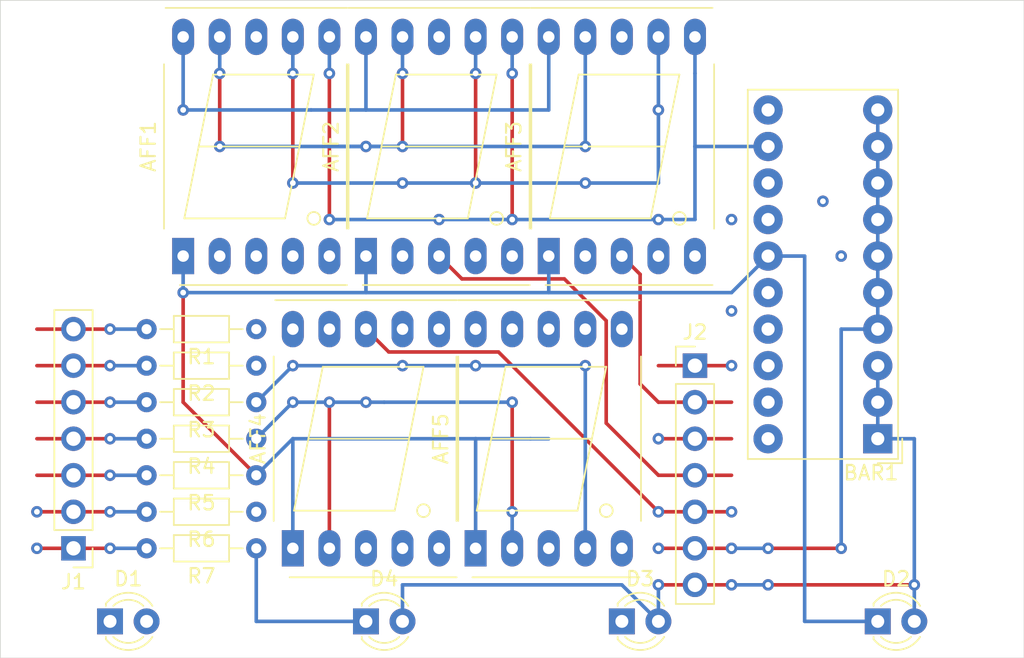
<source format=kicad_pcb>
(kicad_pcb (version 20171130) (host pcbnew 5.1.10-1.fc34)

  (general
    (thickness 1.6)
    (drawings 12)
    (tracks 296)
    (zones 0)
    (modules 19)
    (nets 22)
  )

  (page A4)
  (layers
    (0 F.Cu signal)
    (1 In1.Cu signal)
    (2 In2.Cu signal)
    (31 B.Cu signal)
    (32 B.Adhes user)
    (33 F.Adhes user)
    (34 B.Paste user)
    (35 F.Paste user)
    (36 B.SilkS user)
    (37 F.SilkS user)
    (38 B.Mask user)
    (39 F.Mask user)
    (40 Dwgs.User user)
    (41 Cmts.User user)
    (42 Eco1.User user)
    (43 Eco2.User user)
    (44 Edge.Cuts user)
    (45 Margin user)
    (46 B.CrtYd user)
    (47 F.CrtYd user hide)
    (48 B.Fab user hide)
    (49 F.Fab user hide)
  )

  (setup
    (last_trace_width 0.25)
    (trace_clearance 0.2)
    (zone_clearance 0.508)
    (zone_45_only no)
    (trace_min 0.2)
    (via_size 0.8)
    (via_drill 0.4)
    (via_min_size 0.4)
    (via_min_drill 0.3)
    (uvia_size 0.3)
    (uvia_drill 0.1)
    (uvias_allowed no)
    (uvia_min_size 0.2)
    (uvia_min_drill 0.1)
    (edge_width 0.05)
    (segment_width 0.2)
    (pcb_text_width 0.3)
    (pcb_text_size 1.5 1.5)
    (mod_edge_width 0.12)
    (mod_text_size 1 1)
    (mod_text_width 0.15)
    (pad_size 1.524 1.524)
    (pad_drill 0.762)
    (pad_to_mask_clearance 0)
    (aux_axis_origin 0 0)
    (grid_origin 114.3 43.18)
    (visible_elements FFFFFF7F)
    (pcbplotparams
      (layerselection 0x010fc_ffffffff)
      (usegerberextensions false)
      (usegerberattributes true)
      (usegerberadvancedattributes true)
      (creategerberjobfile true)
      (excludeedgelayer true)
      (linewidth 0.100000)
      (plotframeref false)
      (viasonmask false)
      (mode 1)
      (useauxorigin false)
      (hpglpennumber 1)
      (hpglpenspeed 20)
      (hpglpendiameter 15.000000)
      (psnegative false)
      (psa4output false)
      (plotreference true)
      (plotvalue true)
      (plotinvisibletext false)
      (padsonsilk false)
      (subtractmaskfromsilk false)
      (outputformat 1)
      (mirror false)
      (drillshape 1)
      (scaleselection 1)
      (outputdirectory ""))
  )

  (net 0 "")
  (net 1 /LED_S6)
  (net 2 /LED_S5)
  (net 3 /LED_D0)
  (net 4 /LED_S0)
  (net 5 /LED_S1)
  (net 6 /LED_S2)
  (net 7 /LED_S3)
  (net 8 /LED_S4)
  (net 9 /LED_D3)
  (net 10 /LED_D1)
  (net 11 /LED_D4)
  (net 12 /LED_D2)
  (net 13 /LED_D6)
  (net 14 /LED_D5)
  (net 15 "Net-(J1-Pad1)")
  (net 16 "Net-(J1-Pad4)")
  (net 17 "Net-(J1-Pad5)")
  (net 18 "Net-(J1-Pad7)")
  (net 19 "Net-(J1-Pad6)")
  (net 20 "Net-(J1-Pad3)")
  (net 21 "Net-(J1-Pad2)")

  (net_class Default "This is the default net class."
    (clearance 0.2)
    (trace_width 0.25)
    (via_dia 0.8)
    (via_drill 0.4)
    (uvia_dia 0.3)
    (uvia_drill 0.1)
    (add_net /LED_D0)
    (add_net /LED_D1)
    (add_net /LED_D2)
    (add_net /LED_D3)
    (add_net /LED_D4)
    (add_net /LED_D5)
    (add_net /LED_D6)
    (add_net /LED_S0)
    (add_net /LED_S1)
    (add_net /LED_S2)
    (add_net /LED_S3)
    (add_net /LED_S4)
    (add_net /LED_S5)
    (add_net /LED_S6)
    (add_net "Net-(J1-Pad1)")
    (add_net "Net-(J1-Pad2)")
    (add_net "Net-(J1-Pad3)")
    (add_net "Net-(J1-Pad4)")
    (add_net "Net-(J1-Pad5)")
    (add_net "Net-(J1-Pad6)")
    (add_net "Net-(J1-Pad7)")
  )

  (module Display_7Segment:7SegmentLED_LTS6760_LTS6780 (layer F.Cu) (tedit 5D86971C) (tstamp 60B9722C)
    (at 91.44 81.28 90)
    (descr "7-Segment Display, LTS67x0, http://optoelectronics.liteon.com/upload/download/DS30-2001-355/S6760jd.pdf")
    (tags "7Segment LED LTS6760 LTS6780")
    (path /60A89D10)
    (fp_text reference AFF2 (at 7.62 -2.42 90) (layer F.SilkS)
      (effects (font (size 1 1) (thickness 0.15)))
    )
    (fp_text value LTS-6960HR (at 7.62 12.58 90) (layer F.Fab)
      (effects (font (size 1 1) (thickness 0.15)))
    )
    (fp_line (start -0.905 -1.22) (end 17.145 -1.22) (layer F.Fab) (width 0.1))
    (fp_circle (center 2.62 9.08) (end 3.067214 9.08) (layer F.SilkS) (width 0.12))
    (fp_line (start 12.62 2.08) (end 12.62 9.08) (layer F.SilkS) (width 0.12))
    (fp_line (start 7.62 8.08) (end 7.62 1.08) (layer F.SilkS) (width 0.12))
    (fp_line (start 12.62 9.08) (end 7.62 8.08) (layer F.SilkS) (width 0.12))
    (fp_line (start 2.62 7.08) (end 7.62 8.08) (layer F.SilkS) (width 0.12))
    (fp_line (start 2.62 0.08) (end 2.62 7.08) (layer F.SilkS) (width 0.12))
    (fp_line (start 7.62 1.08) (end 2.62 0.08) (layer F.SilkS) (width 0.12))
    (fp_line (start 12.62 2.08) (end 7.62 1.08) (layer F.SilkS) (width 0.12))
    (fp_line (start -1.905 11.38) (end 17.145 11.38) (layer F.Fab) (width 0.1))
    (fp_line (start -1.905 -0.22) (end -1.905 11.38) (layer F.Fab) (width 0.1))
    (fp_line (start 17.145 11.38) (end 17.145 -1.22) (layer F.Fab) (width 0.1))
    (fp_line (start -0.905 -1.22) (end -1.905 -0.22) (layer F.Fab) (width 0.1))
    (fp_line (start -2.16 11.63) (end 17.4 11.63) (layer F.CrtYd) (width 0.05))
    (fp_line (start -2.16 -1.47) (end 17.4 -1.47) (layer F.CrtYd) (width 0.05))
    (fp_line (start 17.4 -1.47) (end 17.4 11.63) (layer F.CrtYd) (width 0.05))
    (fp_line (start -2.16 -1.47) (end -2.16 11.63) (layer F.CrtYd) (width 0.05))
    (fp_line (start 17.255 11.38) (end 17.255 -1.22) (layer F.SilkS) (width 0.12))
    (fp_line (start -2.015 -0.22) (end -2.015 11.38) (layer F.SilkS) (width 0.12))
    (fp_line (start 1.905 11.49) (end 13.335 11.49) (layer F.SilkS) (width 0.12))
    (fp_line (start 1.905 -1.33) (end 13.335 -1.33) (layer F.SilkS) (width 0.12))
    (fp_text user %R (at 7.87 5.08 90) (layer F.Fab)
      (effects (font (size 1 1) (thickness 0.15)))
    )
    (pad 1 thru_hole rect (at 0 0) (size 1.524 2.524) (drill 0.8) (layers *.Cu *.Mask)
      (net 8 /LED_S4))
    (pad 2 thru_hole oval (at 0 2.54) (size 1.524 2.524) (drill 0.8) (layers *.Cu *.Mask)
      (net 7 /LED_S3))
    (pad 3 thru_hole oval (at 0 5.08) (size 1.524 2.524) (drill 0.8) (layers *.Cu *.Mask)
      (net 9 /LED_D3))
    (pad 4 thru_hole oval (at 0 7.62) (size 1.524 2.524) (drill 0.8) (layers *.Cu *.Mask)
      (net 6 /LED_S2))
    (pad 5 thru_hole oval (at 0 10.16) (size 1.524 2.524) (drill 0.8) (layers *.Cu *.Mask))
    (pad 6 thru_hole oval (at 15.24 10.16) (size 1.524 2.524) (drill 0.8) (layers *.Cu *.Mask)
      (net 5 /LED_S1))
    (pad 7 thru_hole oval (at 15.24 7.62) (size 1.524 2.524) (drill 0.8) (layers *.Cu *.Mask)
      (net 4 /LED_S0))
    (pad 8 thru_hole oval (at 15.24 5.08) (size 1.524 2.524) (drill 0.8) (layers *.Cu *.Mask))
    (pad 9 thru_hole oval (at 15.24 2.54) (size 1.524 2.524) (drill 0.8) (layers *.Cu *.Mask)
      (net 2 /LED_S5))
    (pad 10 thru_hole oval (at 15.24 0) (size 1.524 2.524) (drill 0.8) (layers *.Cu *.Mask)
      (net 1 /LED_S6))
    (model ${KISYS3DMOD}/Display_7Segment.3dshapes/7SegmentLED_LTS6760_LTS6780.wrl
      (at (xyz 0 0 0))
      (scale (xyz 1 1 1))
      (rotate (xyz 0 0 0))
    )
  )

  (module Connector_PinHeader_2.54mm:PinHeader_1x07_P2.54mm_Vertical (layer F.Cu) (tedit 59FED5CC) (tstamp 60B98CC9)
    (at 114.3 88.9)
    (descr "Through hole straight pin header, 1x07, 2.54mm pitch, single row")
    (tags "Through hole pin header THT 1x07 2.54mm single row")
    (path /60C3182A)
    (fp_text reference J2 (at 0 -2.33) (layer F.SilkS)
      (effects (font (size 1 1) (thickness 0.15)))
    )
    (fp_text value Conn_01x07_Male (at 0 17.57) (layer F.Fab)
      (effects (font (size 1 1) (thickness 0.15)))
    )
    (fp_line (start -0.635 -1.27) (end 1.27 -1.27) (layer F.Fab) (width 0.1))
    (fp_line (start 1.27 -1.27) (end 1.27 16.51) (layer F.Fab) (width 0.1))
    (fp_line (start 1.27 16.51) (end -1.27 16.51) (layer F.Fab) (width 0.1))
    (fp_line (start -1.27 16.51) (end -1.27 -0.635) (layer F.Fab) (width 0.1))
    (fp_line (start -1.27 -0.635) (end -0.635 -1.27) (layer F.Fab) (width 0.1))
    (fp_line (start -1.33 16.57) (end 1.33 16.57) (layer F.SilkS) (width 0.12))
    (fp_line (start -1.33 1.27) (end -1.33 16.57) (layer F.SilkS) (width 0.12))
    (fp_line (start 1.33 1.27) (end 1.33 16.57) (layer F.SilkS) (width 0.12))
    (fp_line (start -1.33 1.27) (end 1.33 1.27) (layer F.SilkS) (width 0.12))
    (fp_line (start -1.33 0) (end -1.33 -1.33) (layer F.SilkS) (width 0.12))
    (fp_line (start -1.33 -1.33) (end 0 -1.33) (layer F.SilkS) (width 0.12))
    (fp_line (start -1.8 -1.8) (end -1.8 17.05) (layer F.CrtYd) (width 0.05))
    (fp_line (start -1.8 17.05) (end 1.8 17.05) (layer F.CrtYd) (width 0.05))
    (fp_line (start 1.8 17.05) (end 1.8 -1.8) (layer F.CrtYd) (width 0.05))
    (fp_line (start 1.8 -1.8) (end -1.8 -1.8) (layer F.CrtYd) (width 0.05))
    (fp_text user %R (at 0 7.62 90) (layer F.Fab)
      (effects (font (size 1 1) (thickness 0.15)))
    )
    (pad 7 thru_hole oval (at 0 15.24) (size 1.7 1.7) (drill 1) (layers *.Cu *.Mask)
      (net 13 /LED_D6))
    (pad 6 thru_hole oval (at 0 12.7) (size 1.7 1.7) (drill 1) (layers *.Cu *.Mask)
      (net 14 /LED_D5))
    (pad 5 thru_hole oval (at 0 10.16) (size 1.7 1.7) (drill 1) (layers *.Cu *.Mask)
      (net 11 /LED_D4))
    (pad 4 thru_hole oval (at 0 7.62) (size 1.7 1.7) (drill 1) (layers *.Cu *.Mask)
      (net 9 /LED_D3))
    (pad 3 thru_hole oval (at 0 5.08) (size 1.7 1.7) (drill 1) (layers *.Cu *.Mask)
      (net 12 /LED_D2))
    (pad 2 thru_hole oval (at 0 2.54) (size 1.7 1.7) (drill 1) (layers *.Cu *.Mask)
      (net 10 /LED_D1))
    (pad 1 thru_hole rect (at 0 0) (size 1.7 1.7) (drill 1) (layers *.Cu *.Mask)
      (net 3 /LED_D0))
    (model ${KISYS3DMOD}/Connector_PinHeader_2.54mm.3dshapes/PinHeader_1x07_P2.54mm_Vertical.wrl
      (at (xyz 0 0 0))
      (scale (xyz 1 1 1))
      (rotate (xyz 0 0 0))
    )
  )

  (module Connector_PinHeader_2.54mm:PinHeader_1x07_P2.54mm_Vertical (layer F.Cu) (tedit 59FED5CC) (tstamp 602E21CA)
    (at 71.12 101.6 180)
    (descr "Through hole straight pin header, 1x07, 2.54mm pitch, single row")
    (tags "Through hole pin header THT 1x07 2.54mm single row")
    (path /60C2A21B)
    (fp_text reference J1 (at 0 -2.33) (layer F.SilkS)
      (effects (font (size 1 1) (thickness 0.15)))
    )
    (fp_text value Conn_01x07_Male (at 0 17.57) (layer F.Fab)
      (effects (font (size 1 1) (thickness 0.15)))
    )
    (fp_line (start -0.635 -1.27) (end 1.27 -1.27) (layer F.Fab) (width 0.1))
    (fp_line (start 1.27 -1.27) (end 1.27 16.51) (layer F.Fab) (width 0.1))
    (fp_line (start 1.27 16.51) (end -1.27 16.51) (layer F.Fab) (width 0.1))
    (fp_line (start -1.27 16.51) (end -1.27 -0.635) (layer F.Fab) (width 0.1))
    (fp_line (start -1.27 -0.635) (end -0.635 -1.27) (layer F.Fab) (width 0.1))
    (fp_line (start -1.33 16.57) (end 1.33 16.57) (layer F.SilkS) (width 0.12))
    (fp_line (start -1.33 1.27) (end -1.33 16.57) (layer F.SilkS) (width 0.12))
    (fp_line (start 1.33 1.27) (end 1.33 16.57) (layer F.SilkS) (width 0.12))
    (fp_line (start -1.33 1.27) (end 1.33 1.27) (layer F.SilkS) (width 0.12))
    (fp_line (start -1.33 0) (end -1.33 -1.33) (layer F.SilkS) (width 0.12))
    (fp_line (start -1.33 -1.33) (end 0 -1.33) (layer F.SilkS) (width 0.12))
    (fp_line (start -1.8 -1.8) (end -1.8 17.05) (layer F.CrtYd) (width 0.05))
    (fp_line (start -1.8 17.05) (end 1.8 17.05) (layer F.CrtYd) (width 0.05))
    (fp_line (start 1.8 17.05) (end 1.8 -1.8) (layer F.CrtYd) (width 0.05))
    (fp_line (start 1.8 -1.8) (end -1.8 -1.8) (layer F.CrtYd) (width 0.05))
    (fp_text user %R (at 0 7.62 90) (layer F.Fab)
      (effects (font (size 1 1) (thickness 0.15)))
    )
    (pad 7 thru_hole oval (at 0 15.24 180) (size 1.7 1.7) (drill 1) (layers *.Cu *.Mask)
      (net 18 "Net-(J1-Pad7)"))
    (pad 6 thru_hole oval (at 0 12.7 180) (size 1.7 1.7) (drill 1) (layers *.Cu *.Mask)
      (net 19 "Net-(J1-Pad6)"))
    (pad 5 thru_hole oval (at 0 10.16 180) (size 1.7 1.7) (drill 1) (layers *.Cu *.Mask)
      (net 17 "Net-(J1-Pad5)"))
    (pad 4 thru_hole oval (at 0 7.62 180) (size 1.7 1.7) (drill 1) (layers *.Cu *.Mask)
      (net 16 "Net-(J1-Pad4)"))
    (pad 3 thru_hole oval (at 0 5.08 180) (size 1.7 1.7) (drill 1) (layers *.Cu *.Mask)
      (net 20 "Net-(J1-Pad3)"))
    (pad 2 thru_hole oval (at 0 2.54 180) (size 1.7 1.7) (drill 1) (layers *.Cu *.Mask)
      (net 21 "Net-(J1-Pad2)"))
    (pad 1 thru_hole rect (at 0 0 180) (size 1.7 1.7) (drill 1) (layers *.Cu *.Mask)
      (net 15 "Net-(J1-Pad1)"))
    (model ${KISYS3DMOD}/Connector_PinHeader_2.54mm.3dshapes/PinHeader_1x07_P2.54mm_Vertical.wrl
      (at (xyz 0 0 0))
      (scale (xyz 1 1 1))
      (rotate (xyz 0 0 0))
    )
  )

  (module LED_THT:LED_D3.0mm (layer F.Cu) (tedit 587A3A7B) (tstamp 602E2177)
    (at 73.66 106.68)
    (descr "LED, diameter 3.0mm, 2 pins")
    (tags "LED diameter 3.0mm 2 pins")
    (path /60331377)
    (fp_text reference D1 (at 1.27 -2.96) (layer F.SilkS)
      (effects (font (size 1 1) (thickness 0.15)))
    )
    (fp_text value LED (at 1.27 2.96) (layer F.Fab)
      (effects (font (size 1 1) (thickness 0.15)))
    )
    (fp_line (start 3.7 -2.25) (end -1.15 -2.25) (layer F.CrtYd) (width 0.05))
    (fp_line (start 3.7 2.25) (end 3.7 -2.25) (layer F.CrtYd) (width 0.05))
    (fp_line (start -1.15 2.25) (end 3.7 2.25) (layer F.CrtYd) (width 0.05))
    (fp_line (start -1.15 -2.25) (end -1.15 2.25) (layer F.CrtYd) (width 0.05))
    (fp_line (start -0.29 1.08) (end -0.29 1.236) (layer F.SilkS) (width 0.12))
    (fp_line (start -0.29 -1.236) (end -0.29 -1.08) (layer F.SilkS) (width 0.12))
    (fp_line (start -0.23 -1.16619) (end -0.23 1.16619) (layer F.Fab) (width 0.1))
    (fp_circle (center 1.27 0) (end 2.77 0) (layer F.Fab) (width 0.1))
    (fp_arc (start 1.27 0) (end -0.23 -1.16619) (angle 284.3) (layer F.Fab) (width 0.1))
    (fp_arc (start 1.27 0) (end -0.29 -1.235516) (angle 108.8) (layer F.SilkS) (width 0.12))
    (fp_arc (start 1.27 0) (end -0.29 1.235516) (angle -108.8) (layer F.SilkS) (width 0.12))
    (fp_arc (start 1.27 0) (end 0.229039 -1.08) (angle 87.9) (layer F.SilkS) (width 0.12))
    (fp_arc (start 1.27 0) (end 0.229039 1.08) (angle -87.9) (layer F.SilkS) (width 0.12))
    (pad 1 thru_hole rect (at 0 0) (size 1.8 1.8) (drill 0.9) (layers *.Cu *.Mask)
      (net 7 /LED_S3))
    (pad 2 thru_hole circle (at 2.54 0) (size 1.8 1.8) (drill 0.9) (layers *.Cu *.Mask)
      (net 13 /LED_D6))
    (model ${KISYS3DMOD}/LED_THT.3dshapes/LED_D3.0mm.wrl
      (at (xyz 0 0 0))
      (scale (xyz 1 1 1))
      (rotate (xyz 0 0 0))
    )
  )

  (module Display_7Segment:7SegmentLED_LTS6760_LTS6780 (layer F.Cu) (tedit 5D86971C) (tstamp 60B97295)
    (at 99.06 101.6 90)
    (descr "7-Segment Display, LTS67x0, http://optoelectronics.liteon.com/upload/download/DS30-2001-355/S6760jd.pdf")
    (tags "7Segment LED LTS6760 LTS6780")
    (path /60B49BFA)
    (fp_text reference AFF5 (at 7.62 -2.42 90) (layer F.SilkS)
      (effects (font (size 1 1) (thickness 0.15)))
    )
    (fp_text value LTS-6960HR (at 7.62 12.58 90) (layer F.Fab)
      (effects (font (size 1 1) (thickness 0.15)))
    )
    (fp_line (start 1.905 -1.33) (end 13.335 -1.33) (layer F.SilkS) (width 0.12))
    (fp_line (start 1.905 11.49) (end 13.335 11.49) (layer F.SilkS) (width 0.12))
    (fp_line (start -2.015 -0.22) (end -2.015 11.38) (layer F.SilkS) (width 0.12))
    (fp_line (start 17.255 11.38) (end 17.255 -1.22) (layer F.SilkS) (width 0.12))
    (fp_line (start -2.16 -1.47) (end -2.16 11.63) (layer F.CrtYd) (width 0.05))
    (fp_line (start 17.4 -1.47) (end 17.4 11.63) (layer F.CrtYd) (width 0.05))
    (fp_line (start -2.16 -1.47) (end 17.4 -1.47) (layer F.CrtYd) (width 0.05))
    (fp_line (start -2.16 11.63) (end 17.4 11.63) (layer F.CrtYd) (width 0.05))
    (fp_line (start -0.905 -1.22) (end -1.905 -0.22) (layer F.Fab) (width 0.1))
    (fp_line (start 17.145 11.38) (end 17.145 -1.22) (layer F.Fab) (width 0.1))
    (fp_line (start -1.905 -0.22) (end -1.905 11.38) (layer F.Fab) (width 0.1))
    (fp_line (start -1.905 11.38) (end 17.145 11.38) (layer F.Fab) (width 0.1))
    (fp_line (start 12.62 2.08) (end 7.62 1.08) (layer F.SilkS) (width 0.12))
    (fp_line (start 7.62 1.08) (end 2.62 0.08) (layer F.SilkS) (width 0.12))
    (fp_line (start 2.62 0.08) (end 2.62 7.08) (layer F.SilkS) (width 0.12))
    (fp_line (start 2.62 7.08) (end 7.62 8.08) (layer F.SilkS) (width 0.12))
    (fp_line (start 12.62 9.08) (end 7.62 8.08) (layer F.SilkS) (width 0.12))
    (fp_line (start 7.62 8.08) (end 7.62 1.08) (layer F.SilkS) (width 0.12))
    (fp_line (start 12.62 2.08) (end 12.62 9.08) (layer F.SilkS) (width 0.12))
    (fp_circle (center 2.62 9.08) (end 3.067214 9.08) (layer F.SilkS) (width 0.12))
    (fp_line (start -0.905 -1.22) (end 17.145 -1.22) (layer F.Fab) (width 0.1))
    (fp_text user %R (at 7.87 5.08 90) (layer F.Fab)
      (effects (font (size 1 1) (thickness 0.15)))
    )
    (pad 10 thru_hole oval (at 15.24 0) (size 1.524 2.524) (drill 0.8) (layers *.Cu *.Mask)
      (net 1 /LED_S6))
    (pad 9 thru_hole oval (at 15.24 2.54) (size 1.524 2.524) (drill 0.8) (layers *.Cu *.Mask)
      (net 2 /LED_S5))
    (pad 8 thru_hole oval (at 15.24 5.08) (size 1.524 2.524) (drill 0.8) (layers *.Cu *.Mask)
      (net 12 /LED_D2))
    (pad 7 thru_hole oval (at 15.24 7.62) (size 1.524 2.524) (drill 0.8) (layers *.Cu *.Mask)
      (net 4 /LED_S0))
    (pad 6 thru_hole oval (at 15.24 10.16) (size 1.524 2.524) (drill 0.8) (layers *.Cu *.Mask)
      (net 5 /LED_S1))
    (pad 5 thru_hole oval (at 0 10.16) (size 1.524 2.524) (drill 0.8) (layers *.Cu *.Mask))
    (pad 4 thru_hole oval (at 0 7.62) (size 1.524 2.524) (drill 0.8) (layers *.Cu *.Mask)
      (net 6 /LED_S2))
    (pad 3 thru_hole oval (at 0 5.08) (size 1.524 2.524) (drill 0.8) (layers *.Cu *.Mask))
    (pad 2 thru_hole oval (at 0 2.54) (size 1.524 2.524) (drill 0.8) (layers *.Cu *.Mask)
      (net 7 /LED_S3))
    (pad 1 thru_hole rect (at 0 0) (size 1.524 2.524) (drill 0.8) (layers *.Cu *.Mask)
      (net 8 /LED_S4))
    (model ${KISYS3DMOD}/Display_7Segment.3dshapes/7SegmentLED_LTS6760_LTS6780.wrl
      (at (xyz 0 0 0))
      (scale (xyz 1 1 1))
      (rotate (xyz 0 0 0))
    )
  )

  (module Display_7Segment:7SegmentLED_LTS6760_LTS6780 (layer F.Cu) (tedit 5D86971C) (tstamp 60B97301)
    (at 104.14 81.28 90)
    (descr "7-Segment Display, LTS67x0, http://optoelectronics.liteon.com/upload/download/DS30-2001-355/S6760jd.pdf")
    (tags "7Segment LED LTS6760 LTS6780")
    (path /60B00F52)
    (fp_text reference AFF3 (at 7.62 -2.42 90) (layer F.SilkS)
      (effects (font (size 1 1) (thickness 0.15)))
    )
    (fp_text value LTS-6960HR (at 7.62 12.58 90) (layer F.Fab)
      (effects (font (size 1 1) (thickness 0.15)))
    )
    (fp_line (start 1.905 -1.33) (end 13.335 -1.33) (layer F.SilkS) (width 0.12))
    (fp_line (start 1.905 11.49) (end 13.335 11.49) (layer F.SilkS) (width 0.12))
    (fp_line (start -2.015 -0.22) (end -2.015 11.38) (layer F.SilkS) (width 0.12))
    (fp_line (start 17.255 11.38) (end 17.255 -1.22) (layer F.SilkS) (width 0.12))
    (fp_line (start -2.16 -1.47) (end -2.16 11.63) (layer F.CrtYd) (width 0.05))
    (fp_line (start 17.4 -1.47) (end 17.4 11.63) (layer F.CrtYd) (width 0.05))
    (fp_line (start -2.16 -1.47) (end 17.4 -1.47) (layer F.CrtYd) (width 0.05))
    (fp_line (start -2.16 11.63) (end 17.4 11.63) (layer F.CrtYd) (width 0.05))
    (fp_line (start -0.905 -1.22) (end -1.905 -0.22) (layer F.Fab) (width 0.1))
    (fp_line (start 17.145 11.38) (end 17.145 -1.22) (layer F.Fab) (width 0.1))
    (fp_line (start -1.905 -0.22) (end -1.905 11.38) (layer F.Fab) (width 0.1))
    (fp_line (start -1.905 11.38) (end 17.145 11.38) (layer F.Fab) (width 0.1))
    (fp_line (start 12.62 2.08) (end 7.62 1.08) (layer F.SilkS) (width 0.12))
    (fp_line (start 7.62 1.08) (end 2.62 0.08) (layer F.SilkS) (width 0.12))
    (fp_line (start 2.62 0.08) (end 2.62 7.08) (layer F.SilkS) (width 0.12))
    (fp_line (start 2.62 7.08) (end 7.62 8.08) (layer F.SilkS) (width 0.12))
    (fp_line (start 12.62 9.08) (end 7.62 8.08) (layer F.SilkS) (width 0.12))
    (fp_line (start 7.62 8.08) (end 7.62 1.08) (layer F.SilkS) (width 0.12))
    (fp_line (start 12.62 2.08) (end 12.62 9.08) (layer F.SilkS) (width 0.12))
    (fp_circle (center 2.62 9.08) (end 3.067214 9.08) (layer F.SilkS) (width 0.12))
    (fp_line (start -0.905 -1.22) (end 17.145 -1.22) (layer F.Fab) (width 0.1))
    (fp_text user %R (at 7.87 5.08 90) (layer F.Fab)
      (effects (font (size 1 1) (thickness 0.15)))
    )
    (pad 10 thru_hole oval (at 15.24 0) (size 1.524 2.524) (drill 0.8) (layers *.Cu *.Mask)
      (net 1 /LED_S6))
    (pad 9 thru_hole oval (at 15.24 2.54) (size 1.524 2.524) (drill 0.8) (layers *.Cu *.Mask)
      (net 2 /LED_S5))
    (pad 8 thru_hole oval (at 15.24 5.08) (size 1.524 2.524) (drill 0.8) (layers *.Cu *.Mask))
    (pad 7 thru_hole oval (at 15.24 7.62) (size 1.524 2.524) (drill 0.8) (layers *.Cu *.Mask)
      (net 4 /LED_S0))
    (pad 6 thru_hole oval (at 15.24 10.16) (size 1.524 2.524) (drill 0.8) (layers *.Cu *.Mask)
      (net 5 /LED_S1))
    (pad 5 thru_hole oval (at 0 10.16) (size 1.524 2.524) (drill 0.8) (layers *.Cu *.Mask))
    (pad 4 thru_hole oval (at 0 7.62) (size 1.524 2.524) (drill 0.8) (layers *.Cu *.Mask)
      (net 6 /LED_S2))
    (pad 3 thru_hole oval (at 0 5.08) (size 1.524 2.524) (drill 0.8) (layers *.Cu *.Mask)
      (net 10 /LED_D1))
    (pad 2 thru_hole oval (at 0 2.54) (size 1.524 2.524) (drill 0.8) (layers *.Cu *.Mask)
      (net 7 /LED_S3))
    (pad 1 thru_hole rect (at 0 0) (size 1.524 2.524) (drill 0.8) (layers *.Cu *.Mask)
      (net 8 /LED_S4))
    (model ${KISYS3DMOD}/Display_7Segment.3dshapes/7SegmentLED_LTS6760_LTS6780.wrl
      (at (xyz 0 0 0))
      (scale (xyz 1 1 1))
      (rotate (xyz 0 0 0))
    )
  )

  (module Display_7Segment:7SegmentLED_LTS6760_LTS6780 (layer F.Cu) (tedit 5D86971C) (tstamp 60B973D3)
    (at 78.74 81.28 90)
    (descr "7-Segment Display, LTS67x0, http://optoelectronics.liteon.com/upload/download/DS30-2001-355/S6760jd.pdf")
    (tags "7Segment LED LTS6760 LTS6780")
    (path /6090E8FF)
    (fp_text reference AFF1 (at 7.62 -2.42 90) (layer F.SilkS)
      (effects (font (size 1 1) (thickness 0.15)))
    )
    (fp_text value LTS-6960HR (at 7.62 12.58 90) (layer F.Fab)
      (effects (font (size 1 1) (thickness 0.15)))
    )
    (fp_line (start 1.905 -1.33) (end 13.335 -1.33) (layer F.SilkS) (width 0.12))
    (fp_line (start 1.905 11.49) (end 13.335 11.49) (layer F.SilkS) (width 0.12))
    (fp_line (start -2.015 -0.22) (end -2.015 11.38) (layer F.SilkS) (width 0.12))
    (fp_line (start 17.255 11.38) (end 17.255 -1.22) (layer F.SilkS) (width 0.12))
    (fp_line (start -2.16 -1.47) (end -2.16 11.63) (layer F.CrtYd) (width 0.05))
    (fp_line (start 17.4 -1.47) (end 17.4 11.63) (layer F.CrtYd) (width 0.05))
    (fp_line (start -2.16 -1.47) (end 17.4 -1.47) (layer F.CrtYd) (width 0.05))
    (fp_line (start -2.16 11.63) (end 17.4 11.63) (layer F.CrtYd) (width 0.05))
    (fp_line (start -0.905 -1.22) (end -1.905 -0.22) (layer F.Fab) (width 0.1))
    (fp_line (start 17.145 11.38) (end 17.145 -1.22) (layer F.Fab) (width 0.1))
    (fp_line (start -1.905 -0.22) (end -1.905 11.38) (layer F.Fab) (width 0.1))
    (fp_line (start -1.905 11.38) (end 17.145 11.38) (layer F.Fab) (width 0.1))
    (fp_line (start 12.62 2.08) (end 7.62 1.08) (layer F.SilkS) (width 0.12))
    (fp_line (start 7.62 1.08) (end 2.62 0.08) (layer F.SilkS) (width 0.12))
    (fp_line (start 2.62 0.08) (end 2.62 7.08) (layer F.SilkS) (width 0.12))
    (fp_line (start 2.62 7.08) (end 7.62 8.08) (layer F.SilkS) (width 0.12))
    (fp_line (start 12.62 9.08) (end 7.62 8.08) (layer F.SilkS) (width 0.12))
    (fp_line (start 7.62 8.08) (end 7.62 1.08) (layer F.SilkS) (width 0.12))
    (fp_line (start 12.62 2.08) (end 12.62 9.08) (layer F.SilkS) (width 0.12))
    (fp_circle (center 2.62 9.08) (end 3.067214 9.08) (layer F.SilkS) (width 0.12))
    (fp_line (start -0.905 -1.22) (end 17.145 -1.22) (layer F.Fab) (width 0.1))
    (fp_text user %R (at 7.87 5.08 90) (layer F.Fab)
      (effects (font (size 1 1) (thickness 0.15)))
    )
    (pad 10 thru_hole oval (at 15.24 0) (size 1.524 2.524) (drill 0.8) (layers *.Cu *.Mask)
      (net 1 /LED_S6))
    (pad 9 thru_hole oval (at 15.24 2.54) (size 1.524 2.524) (drill 0.8) (layers *.Cu *.Mask)
      (net 2 /LED_S5))
    (pad 8 thru_hole oval (at 15.24 5.08) (size 1.524 2.524) (drill 0.8) (layers *.Cu *.Mask))
    (pad 7 thru_hole oval (at 15.24 7.62) (size 1.524 2.524) (drill 0.8) (layers *.Cu *.Mask)
      (net 4 /LED_S0))
    (pad 6 thru_hole oval (at 15.24 10.16) (size 1.524 2.524) (drill 0.8) (layers *.Cu *.Mask)
      (net 5 /LED_S1))
    (pad 5 thru_hole oval (at 0 10.16) (size 1.524 2.524) (drill 0.8) (layers *.Cu *.Mask))
    (pad 4 thru_hole oval (at 0 7.62) (size 1.524 2.524) (drill 0.8) (layers *.Cu *.Mask)
      (net 6 /LED_S2))
    (pad 3 thru_hole oval (at 0 5.08) (size 1.524 2.524) (drill 0.8) (layers *.Cu *.Mask)
      (net 3 /LED_D0))
    (pad 2 thru_hole oval (at 0 2.54) (size 1.524 2.524) (drill 0.8) (layers *.Cu *.Mask)
      (net 7 /LED_S3))
    (pad 1 thru_hole rect (at 0 0) (size 1.524 2.524) (drill 0.8) (layers *.Cu *.Mask)
      (net 8 /LED_S4))
    (model ${KISYS3DMOD}/Display_7Segment.3dshapes/7SegmentLED_LTS6760_LTS6780.wrl
      (at (xyz 0 0 0))
      (scale (xyz 1 1 1))
      (rotate (xyz 0 0 0))
    )
  )

  (module Display_7Segment:7SegmentLED_LTS6760_LTS6780 (layer F.Cu) (tedit 5D86971C) (tstamp 60B9736A)
    (at 86.36 101.6 90)
    (descr "7-Segment Display, LTS67x0, http://optoelectronics.liteon.com/upload/download/DS30-2001-355/S6760jd.pdf")
    (tags "7Segment LED LTS6760 LTS6780")
    (path /60B00F71)
    (fp_text reference AFF4 (at 7.62 -2.42 90) (layer F.SilkS)
      (effects (font (size 1 1) (thickness 0.15)))
    )
    (fp_text value LTS-6960HR (at 7.62 12.58 90) (layer F.Fab)
      (effects (font (size 1 1) (thickness 0.15)))
    )
    (fp_line (start -0.905 -1.22) (end 17.145 -1.22) (layer F.Fab) (width 0.1))
    (fp_circle (center 2.62 9.08) (end 3.067214 9.08) (layer F.SilkS) (width 0.12))
    (fp_line (start 12.62 2.08) (end 12.62 9.08) (layer F.SilkS) (width 0.12))
    (fp_line (start 7.62 8.08) (end 7.62 1.08) (layer F.SilkS) (width 0.12))
    (fp_line (start 12.62 9.08) (end 7.62 8.08) (layer F.SilkS) (width 0.12))
    (fp_line (start 2.62 7.08) (end 7.62 8.08) (layer F.SilkS) (width 0.12))
    (fp_line (start 2.62 0.08) (end 2.62 7.08) (layer F.SilkS) (width 0.12))
    (fp_line (start 7.62 1.08) (end 2.62 0.08) (layer F.SilkS) (width 0.12))
    (fp_line (start 12.62 2.08) (end 7.62 1.08) (layer F.SilkS) (width 0.12))
    (fp_line (start -1.905 11.38) (end 17.145 11.38) (layer F.Fab) (width 0.1))
    (fp_line (start -1.905 -0.22) (end -1.905 11.38) (layer F.Fab) (width 0.1))
    (fp_line (start 17.145 11.38) (end 17.145 -1.22) (layer F.Fab) (width 0.1))
    (fp_line (start -0.905 -1.22) (end -1.905 -0.22) (layer F.Fab) (width 0.1))
    (fp_line (start -2.16 11.63) (end 17.4 11.63) (layer F.CrtYd) (width 0.05))
    (fp_line (start -2.16 -1.47) (end 17.4 -1.47) (layer F.CrtYd) (width 0.05))
    (fp_line (start 17.4 -1.47) (end 17.4 11.63) (layer F.CrtYd) (width 0.05))
    (fp_line (start -2.16 -1.47) (end -2.16 11.63) (layer F.CrtYd) (width 0.05))
    (fp_line (start 17.255 11.38) (end 17.255 -1.22) (layer F.SilkS) (width 0.12))
    (fp_line (start -2.015 -0.22) (end -2.015 11.38) (layer F.SilkS) (width 0.12))
    (fp_line (start 1.905 11.49) (end 13.335 11.49) (layer F.SilkS) (width 0.12))
    (fp_line (start 1.905 -1.33) (end 13.335 -1.33) (layer F.SilkS) (width 0.12))
    (fp_text user %R (at 7.87 5.08 90) (layer F.Fab)
      (effects (font (size 1 1) (thickness 0.15)))
    )
    (pad 1 thru_hole rect (at 0 0) (size 1.524 2.524) (drill 0.8) (layers *.Cu *.Mask)
      (net 8 /LED_S4))
    (pad 2 thru_hole oval (at 0 2.54) (size 1.524 2.524) (drill 0.8) (layers *.Cu *.Mask)
      (net 7 /LED_S3))
    (pad 3 thru_hole oval (at 0 5.08) (size 1.524 2.524) (drill 0.8) (layers *.Cu *.Mask))
    (pad 4 thru_hole oval (at 0 7.62) (size 1.524 2.524) (drill 0.8) (layers *.Cu *.Mask)
      (net 6 /LED_S2))
    (pad 5 thru_hole oval (at 0 10.16) (size 1.524 2.524) (drill 0.8) (layers *.Cu *.Mask))
    (pad 6 thru_hole oval (at 15.24 10.16) (size 1.524 2.524) (drill 0.8) (layers *.Cu *.Mask)
      (net 5 /LED_S1))
    (pad 7 thru_hole oval (at 15.24 7.62) (size 1.524 2.524) (drill 0.8) (layers *.Cu *.Mask)
      (net 4 /LED_S0))
    (pad 8 thru_hole oval (at 15.24 5.08) (size 1.524 2.524) (drill 0.8) (layers *.Cu *.Mask)
      (net 11 /LED_D4))
    (pad 9 thru_hole oval (at 15.24 2.54) (size 1.524 2.524) (drill 0.8) (layers *.Cu *.Mask)
      (net 2 /LED_S5))
    (pad 10 thru_hole oval (at 15.24 0) (size 1.524 2.524) (drill 0.8) (layers *.Cu *.Mask)
      (net 1 /LED_S6))
    (model ${KISYS3DMOD}/Display_7Segment.3dshapes/7SegmentLED_LTS6760_LTS6780.wrl
      (at (xyz 0 0 0))
      (scale (xyz 1 1 1))
      (rotate (xyz 0 0 0))
    )
  )

  (module Display:HDSP-4830 (layer F.Cu) (tedit 5A02FE80) (tstamp 60B97440)
    (at 127 93.98 180)
    (descr "10-Element Red Bar Graph Array https://docs.broadcom.com/docs/AV02-1798EN")
    (tags "10-Element Red Bar Graph Array")
    (path /60332800)
    (fp_text reference BAR1 (at 0.47 -2.37) (layer F.SilkS)
      (effects (font (size 1 1) (thickness 0.15)))
    )
    (fp_text value HDSP-4830_2 (at 2.89 25.22) (layer F.Fab)
      (effects (font (size 1 1) (thickness 0.15)))
    )
    (fp_line (start 9.03 -1.41) (end 9.03 24.27) (layer F.SilkS) (width 0.12))
    (fp_line (start -1.41 -1.41) (end 9.03 -1.41) (layer F.SilkS) (width 0.12))
    (fp_line (start -1.41 24.27) (end -1.41 -1.41) (layer F.SilkS) (width 0.12))
    (fp_line (start 9.03 24.27) (end -1.41 24.27) (layer F.SilkS) (width 0.12))
    (fp_line (start 0 -1.27) (end 8.89 -1.27) (layer F.Fab) (width 0.1))
    (fp_line (start -1.27 0) (end -1.27 24.13) (layer F.Fab) (width 0.1))
    (fp_line (start -1.27 24.13) (end 8.89 24.13) (layer F.Fab) (width 0.1))
    (fp_line (start 8.89 -1.27) (end 8.89 24.13) (layer F.Fab) (width 0.1))
    (fp_line (start -1.52 -1.52) (end 9.14 -1.52) (layer F.CrtYd) (width 0.05))
    (fp_line (start -1.52 -1.52) (end -1.52 24.38) (layer F.CrtYd) (width 0.05))
    (fp_line (start 9.14 24.38) (end 9.14 -1.52) (layer F.CrtYd) (width 0.05))
    (fp_line (start -1.52 24.38) (end 9.14 24.38) (layer F.CrtYd) (width 0.05))
    (fp_line (start 0 -1.27) (end -1.27 0) (layer F.Fab) (width 0.1))
    (fp_line (start -1.7 -1.7) (end -1.7 0) (layer F.SilkS) (width 0.12))
    (fp_line (start 0 -1.7) (end -1.7 -1.7) (layer F.SilkS) (width 0.12))
    (fp_text user %R (at 4 12) (layer F.Fab)
      (effects (font (size 1 1) (thickness 0.1)))
    )
    (pad 1 thru_hole rect (at 0 0 90) (size 2.032 2.032) (drill 0.9144) (layers *.Cu *.Mask)
      (net 13 /LED_D6))
    (pad 2 thru_hole circle (at 0 2.54 90) (size 2.032 2.032) (drill 0.9144) (layers *.Cu *.Mask)
      (net 13 /LED_D6))
    (pad 3 thru_hole circle (at 0 5.08 90) (size 2.032 2.032) (drill 0.9144) (layers *.Cu *.Mask)
      (net 13 /LED_D6))
    (pad 4 thru_hole circle (at 0 7.62 90) (size 2.032 2.032) (drill 0.9144) (layers *.Cu *.Mask)
      (net 14 /LED_D5))
    (pad 13 thru_hole circle (at 7.62 17.78 90) (size 2.032 2.032) (drill 0.9144) (layers *.Cu *.Mask)
      (net 6 /LED_S2))
    (pad 14 thru_hole circle (at 7.62 15.24 90) (size 2.032 2.032) (drill 0.9144) (layers *.Cu *.Mask)
      (net 7 /LED_S3))
    (pad 15 thru_hole circle (at 7.62 12.7 90) (size 2.032 2.032) (drill 0.9144) (layers *.Cu *.Mask)
      (net 8 /LED_S4))
    (pad 16 thru_hole circle (at 7.62 10.16 90) (size 2.032 2.032) (drill 0.9144) (layers *.Cu *.Mask)
      (net 2 /LED_S5))
    (pad 5 thru_hole circle (at 0 10.16 90) (size 2.032 2.032) (drill 0.9144) (layers *.Cu *.Mask)
      (net 14 /LED_D5))
    (pad 6 thru_hole circle (at 0 12.7 90) (size 2.032 2.032) (drill 0.9144) (layers *.Cu *.Mask)
      (net 14 /LED_D5))
    (pad 7 thru_hole circle (at 0 15.24 90) (size 2.032 2.032) (drill 0.9144) (layers *.Cu *.Mask)
      (net 14 /LED_D5))
    (pad 8 thru_hole circle (at 0 17.78 90) (size 2.032 2.032) (drill 0.9144) (layers *.Cu *.Mask)
      (net 14 /LED_D5))
    (pad 12 thru_hole circle (at 7.62 20.32 90) (size 2.032 2.032) (drill 0.9144) (layers *.Cu *.Mask)
      (net 5 /LED_S1))
    (pad 11 thru_hole circle (at 7.62 22.86 90) (size 2.032 2.032) (drill 0.9144) (layers *.Cu *.Mask)
      (net 4 /LED_S0))
    (pad 10 thru_hole circle (at 0 22.86 90) (size 2.032 2.032) (drill 0.9144) (layers *.Cu *.Mask)
      (net 14 /LED_D5))
    (pad 9 thru_hole circle (at 0 20.32 90) (size 2.032 2.032) (drill 0.9144) (layers *.Cu *.Mask)
      (net 14 /LED_D5))
    (pad 17 thru_hole circle (at 7.62 7.62 90) (size 2.032 2.032) (drill 0.9144) (layers *.Cu *.Mask)
      (net 1 /LED_S6))
    (pad 18 thru_hole circle (at 7.62 5.08 90) (size 2.032 2.032) (drill 0.9144) (layers *.Cu *.Mask)
      (net 4 /LED_S0))
    (pad 19 thru_hole circle (at 7.62 2.54 90) (size 2.032 2.032) (drill 0.9144) (layers *.Cu *.Mask)
      (net 5 /LED_S1))
    (pad 20 thru_hole circle (at 7.62 0 90) (size 2.032 2.032) (drill 0.9144) (layers *.Cu *.Mask)
      (net 6 /LED_S2))
    (model ${KISYS3DMOD}/Display.3dshapes/HDSP-4830.wrl
      (at (xyz 0 0 0))
      (scale (xyz 1 1 1))
      (rotate (xyz 0 0 0))
    )
  )

  (module LED_THT:LED_D3.0mm (layer F.Cu) (tedit 587A3A7B) (tstamp 602E218A)
    (at 127 106.68)
    (descr "LED, diameter 3.0mm, 2 pins")
    (tags "LED diameter 3.0mm 2 pins")
    (path /60B826D7)
    (fp_text reference D2 (at 1.27 -2.96) (layer F.SilkS)
      (effects (font (size 1 1) (thickness 0.15)))
    )
    (fp_text value LED (at 1.27 2.96) (layer F.Fab)
      (effects (font (size 1 1) (thickness 0.15)))
    )
    (fp_circle (center 1.27 0) (end 2.77 0) (layer F.Fab) (width 0.1))
    (fp_line (start -0.23 -1.16619) (end -0.23 1.16619) (layer F.Fab) (width 0.1))
    (fp_line (start -0.29 -1.236) (end -0.29 -1.08) (layer F.SilkS) (width 0.12))
    (fp_line (start -0.29 1.08) (end -0.29 1.236) (layer F.SilkS) (width 0.12))
    (fp_line (start -1.15 -2.25) (end -1.15 2.25) (layer F.CrtYd) (width 0.05))
    (fp_line (start -1.15 2.25) (end 3.7 2.25) (layer F.CrtYd) (width 0.05))
    (fp_line (start 3.7 2.25) (end 3.7 -2.25) (layer F.CrtYd) (width 0.05))
    (fp_line (start 3.7 -2.25) (end -1.15 -2.25) (layer F.CrtYd) (width 0.05))
    (fp_arc (start 1.27 0) (end 0.229039 1.08) (angle -87.9) (layer F.SilkS) (width 0.12))
    (fp_arc (start 1.27 0) (end 0.229039 -1.08) (angle 87.9) (layer F.SilkS) (width 0.12))
    (fp_arc (start 1.27 0) (end -0.29 1.235516) (angle -108.8) (layer F.SilkS) (width 0.12))
    (fp_arc (start 1.27 0) (end -0.29 -1.235516) (angle 108.8) (layer F.SilkS) (width 0.12))
    (fp_arc (start 1.27 0) (end -0.23 -1.16619) (angle 284.3) (layer F.Fab) (width 0.1))
    (pad 2 thru_hole circle (at 2.54 0) (size 1.8 1.8) (drill 0.9) (layers *.Cu *.Mask)
      (net 13 /LED_D6))
    (pad 1 thru_hole rect (at 0 0) (size 1.8 1.8) (drill 0.9) (layers *.Cu *.Mask)
      (net 8 /LED_S4))
    (model ${KISYS3DMOD}/LED_THT.3dshapes/LED_D3.0mm.wrl
      (at (xyz 0 0 0))
      (scale (xyz 1 1 1))
      (rotate (xyz 0 0 0))
    )
  )

  (module LED_THT:LED_D3.0mm (layer F.Cu) (tedit 587A3A7B) (tstamp 602D9D95)
    (at 109.22 106.68)
    (descr "LED, diameter 3.0mm, 2 pins")
    (tags "LED diameter 3.0mm 2 pins")
    (path /60B83140)
    (fp_text reference D3 (at 1.27 -2.96) (layer F.SilkS)
      (effects (font (size 1 1) (thickness 0.15)))
    )
    (fp_text value LED (at 1.27 2.96) (layer F.Fab)
      (effects (font (size 1 1) (thickness 0.15)))
    )
    (fp_circle (center 1.27 0) (end 2.77 0) (layer F.Fab) (width 0.1))
    (fp_line (start -0.23 -1.16619) (end -0.23 1.16619) (layer F.Fab) (width 0.1))
    (fp_line (start -0.29 -1.236) (end -0.29 -1.08) (layer F.SilkS) (width 0.12))
    (fp_line (start -0.29 1.08) (end -0.29 1.236) (layer F.SilkS) (width 0.12))
    (fp_line (start -1.15 -2.25) (end -1.15 2.25) (layer F.CrtYd) (width 0.05))
    (fp_line (start -1.15 2.25) (end 3.7 2.25) (layer F.CrtYd) (width 0.05))
    (fp_line (start 3.7 2.25) (end 3.7 -2.25) (layer F.CrtYd) (width 0.05))
    (fp_line (start 3.7 -2.25) (end -1.15 -2.25) (layer F.CrtYd) (width 0.05))
    (fp_arc (start 1.27 0) (end 0.229039 1.08) (angle -87.9) (layer F.SilkS) (width 0.12))
    (fp_arc (start 1.27 0) (end 0.229039 -1.08) (angle 87.9) (layer F.SilkS) (width 0.12))
    (fp_arc (start 1.27 0) (end -0.29 1.235516) (angle -108.8) (layer F.SilkS) (width 0.12))
    (fp_arc (start 1.27 0) (end -0.29 -1.235516) (angle 108.8) (layer F.SilkS) (width 0.12))
    (fp_arc (start 1.27 0) (end -0.23 -1.16619) (angle 284.3) (layer F.Fab) (width 0.1))
    (pad 2 thru_hole circle (at 2.54 0) (size 1.8 1.8) (drill 0.9) (layers *.Cu *.Mask)
      (net 13 /LED_D6))
    (pad 1 thru_hole rect (at 0 0) (size 1.8 1.8) (drill 0.9) (layers *.Cu *.Mask)
      (net 2 /LED_S5))
    (model ${KISYS3DMOD}/LED_THT.3dshapes/LED_D3.0mm.wrl
      (at (xyz 0 0 0))
      (scale (xyz 1 1 1))
      (rotate (xyz 0 0 0))
    )
  )

  (module LED_THT:LED_D3.0mm (layer F.Cu) (tedit 587A3A7B) (tstamp 602E21B0)
    (at 91.44 106.68)
    (descr "LED, diameter 3.0mm, 2 pins")
    (tags "LED diameter 3.0mm 2 pins")
    (path /60B83C58)
    (fp_text reference D4 (at 1.27 -2.96) (layer F.SilkS)
      (effects (font (size 1 1) (thickness 0.15)))
    )
    (fp_text value LED (at 1.27 2.96) (layer F.Fab)
      (effects (font (size 1 1) (thickness 0.15)))
    )
    (fp_line (start 3.7 -2.25) (end -1.15 -2.25) (layer F.CrtYd) (width 0.05))
    (fp_line (start 3.7 2.25) (end 3.7 -2.25) (layer F.CrtYd) (width 0.05))
    (fp_line (start -1.15 2.25) (end 3.7 2.25) (layer F.CrtYd) (width 0.05))
    (fp_line (start -1.15 -2.25) (end -1.15 2.25) (layer F.CrtYd) (width 0.05))
    (fp_line (start -0.29 1.08) (end -0.29 1.236) (layer F.SilkS) (width 0.12))
    (fp_line (start -0.29 -1.236) (end -0.29 -1.08) (layer F.SilkS) (width 0.12))
    (fp_line (start -0.23 -1.16619) (end -0.23 1.16619) (layer F.Fab) (width 0.1))
    (fp_circle (center 1.27 0) (end 2.77 0) (layer F.Fab) (width 0.1))
    (fp_arc (start 1.27 0) (end -0.23 -1.16619) (angle 284.3) (layer F.Fab) (width 0.1))
    (fp_arc (start 1.27 0) (end -0.29 -1.235516) (angle 108.8) (layer F.SilkS) (width 0.12))
    (fp_arc (start 1.27 0) (end -0.29 1.235516) (angle -108.8) (layer F.SilkS) (width 0.12))
    (fp_arc (start 1.27 0) (end 0.229039 -1.08) (angle 87.9) (layer F.SilkS) (width 0.12))
    (fp_arc (start 1.27 0) (end 0.229039 1.08) (angle -87.9) (layer F.SilkS) (width 0.12))
    (pad 1 thru_hole rect (at 0 0) (size 1.8 1.8) (drill 0.9) (layers *.Cu *.Mask)
      (net 1 /LED_S6))
    (pad 2 thru_hole circle (at 2.54 0) (size 1.8 1.8) (drill 0.9) (layers *.Cu *.Mask)
      (net 13 /LED_D6))
    (model ${KISYS3DMOD}/LED_THT.3dshapes/LED_D3.0mm.wrl
      (at (xyz 0 0 0))
      (scale (xyz 1 1 1))
      (rotate (xyz 0 0 0))
    )
  )

  (module Resistor_THT:R_Axial_DIN0204_L3.6mm_D1.6mm_P7.62mm_Horizontal (layer F.Cu) (tedit 5AE5139B) (tstamp 602E21F9)
    (at 83.82 86.36 180)
    (descr "Resistor, Axial_DIN0204 series, Axial, Horizontal, pin pitch=7.62mm, 0.167W, length*diameter=3.6*1.6mm^2, http://cdn-reichelt.de/documents/datenblatt/B400/1_4W%23YAG.pdf")
    (tags "Resistor Axial_DIN0204 series Axial Horizontal pin pitch 7.62mm 0.167W length 3.6mm diameter 1.6mm")
    (path /6077F45E)
    (fp_text reference R1 (at 3.81 -1.92) (layer F.SilkS)
      (effects (font (size 1 1) (thickness 0.15)))
    )
    (fp_text value 220 (at 3.81 1.92) (layer F.Fab)
      (effects (font (size 1 1) (thickness 0.15)))
    )
    (fp_line (start 2.01 -0.8) (end 2.01 0.8) (layer F.Fab) (width 0.1))
    (fp_line (start 2.01 0.8) (end 5.61 0.8) (layer F.Fab) (width 0.1))
    (fp_line (start 5.61 0.8) (end 5.61 -0.8) (layer F.Fab) (width 0.1))
    (fp_line (start 5.61 -0.8) (end 2.01 -0.8) (layer F.Fab) (width 0.1))
    (fp_line (start 0 0) (end 2.01 0) (layer F.Fab) (width 0.1))
    (fp_line (start 7.62 0) (end 5.61 0) (layer F.Fab) (width 0.1))
    (fp_line (start 1.89 -0.92) (end 1.89 0.92) (layer F.SilkS) (width 0.12))
    (fp_line (start 1.89 0.92) (end 5.73 0.92) (layer F.SilkS) (width 0.12))
    (fp_line (start 5.73 0.92) (end 5.73 -0.92) (layer F.SilkS) (width 0.12))
    (fp_line (start 5.73 -0.92) (end 1.89 -0.92) (layer F.SilkS) (width 0.12))
    (fp_line (start 0.94 0) (end 1.89 0) (layer F.SilkS) (width 0.12))
    (fp_line (start 6.68 0) (end 5.73 0) (layer F.SilkS) (width 0.12))
    (fp_line (start -0.95 -1.05) (end -0.95 1.05) (layer F.CrtYd) (width 0.05))
    (fp_line (start -0.95 1.05) (end 8.57 1.05) (layer F.CrtYd) (width 0.05))
    (fp_line (start 8.57 1.05) (end 8.57 -1.05) (layer F.CrtYd) (width 0.05))
    (fp_line (start 8.57 -1.05) (end -0.95 -1.05) (layer F.CrtYd) (width 0.05))
    (fp_text user %R (at 3.81 0) (layer F.Fab)
      (effects (font (size 0.72 0.72) (thickness 0.108)))
    )
    (pad 2 thru_hole oval (at 7.62 0 180) (size 1.4 1.4) (drill 0.7) (layers *.Cu *.Mask)
      (net 18 "Net-(J1-Pad7)"))
    (pad 1 thru_hole circle (at 0 0 180) (size 1.4 1.4) (drill 0.7) (layers *.Cu *.Mask)
      (net 4 /LED_S0))
    (model ${KISYS3DMOD}/Resistor_THT.3dshapes/R_Axial_DIN0204_L3.6mm_D1.6mm_P7.62mm_Horizontal.wrl
      (at (xyz 0 0 0))
      (scale (xyz 1 1 1))
      (rotate (xyz 0 0 0))
    )
  )

  (module Resistor_THT:R_Axial_DIN0204_L3.6mm_D1.6mm_P7.62mm_Horizontal (layer F.Cu) (tedit 5AE5139B) (tstamp 602E2210)
    (at 83.82 88.9 180)
    (descr "Resistor, Axial_DIN0204 series, Axial, Horizontal, pin pitch=7.62mm, 0.167W, length*diameter=3.6*1.6mm^2, http://cdn-reichelt.de/documents/datenblatt/B400/1_4W%23YAG.pdf")
    (tags "Resistor Axial_DIN0204 series Axial Horizontal pin pitch 7.62mm 0.167W length 3.6mm diameter 1.6mm")
    (path /60B974C8)
    (fp_text reference R2 (at 3.81 -1.92) (layer F.SilkS)
      (effects (font (size 1 1) (thickness 0.15)))
    )
    (fp_text value 220 (at 3.81 1.92) (layer F.Fab)
      (effects (font (size 1 1) (thickness 0.15)))
    )
    (fp_line (start 8.57 -1.05) (end -0.95 -1.05) (layer F.CrtYd) (width 0.05))
    (fp_line (start 8.57 1.05) (end 8.57 -1.05) (layer F.CrtYd) (width 0.05))
    (fp_line (start -0.95 1.05) (end 8.57 1.05) (layer F.CrtYd) (width 0.05))
    (fp_line (start -0.95 -1.05) (end -0.95 1.05) (layer F.CrtYd) (width 0.05))
    (fp_line (start 6.68 0) (end 5.73 0) (layer F.SilkS) (width 0.12))
    (fp_line (start 0.94 0) (end 1.89 0) (layer F.SilkS) (width 0.12))
    (fp_line (start 5.73 -0.92) (end 1.89 -0.92) (layer F.SilkS) (width 0.12))
    (fp_line (start 5.73 0.92) (end 5.73 -0.92) (layer F.SilkS) (width 0.12))
    (fp_line (start 1.89 0.92) (end 5.73 0.92) (layer F.SilkS) (width 0.12))
    (fp_line (start 1.89 -0.92) (end 1.89 0.92) (layer F.SilkS) (width 0.12))
    (fp_line (start 7.62 0) (end 5.61 0) (layer F.Fab) (width 0.1))
    (fp_line (start 0 0) (end 2.01 0) (layer F.Fab) (width 0.1))
    (fp_line (start 5.61 -0.8) (end 2.01 -0.8) (layer F.Fab) (width 0.1))
    (fp_line (start 5.61 0.8) (end 5.61 -0.8) (layer F.Fab) (width 0.1))
    (fp_line (start 2.01 0.8) (end 5.61 0.8) (layer F.Fab) (width 0.1))
    (fp_line (start 2.01 -0.8) (end 2.01 0.8) (layer F.Fab) (width 0.1))
    (fp_text user %R (at 3.81 0) (layer F.Fab)
      (effects (font (size 0.72 0.72) (thickness 0.108)))
    )
    (pad 1 thru_hole circle (at 0 0 180) (size 1.4 1.4) (drill 0.7) (layers *.Cu *.Mask)
      (net 5 /LED_S1))
    (pad 2 thru_hole oval (at 7.62 0 180) (size 1.4 1.4) (drill 0.7) (layers *.Cu *.Mask)
      (net 19 "Net-(J1-Pad6)"))
    (model ${KISYS3DMOD}/Resistor_THT.3dshapes/R_Axial_DIN0204_L3.6mm_D1.6mm_P7.62mm_Horizontal.wrl
      (at (xyz 0 0 0))
      (scale (xyz 1 1 1))
      (rotate (xyz 0 0 0))
    )
  )

  (module Resistor_THT:R_Axial_DIN0204_L3.6mm_D1.6mm_P7.62mm_Horizontal (layer F.Cu) (tedit 5AE5139B) (tstamp 602E2227)
    (at 83.82 91.44 180)
    (descr "Resistor, Axial_DIN0204 series, Axial, Horizontal, pin pitch=7.62mm, 0.167W, length*diameter=3.6*1.6mm^2, http://cdn-reichelt.de/documents/datenblatt/B400/1_4W%23YAG.pdf")
    (tags "Resistor Axial_DIN0204 series Axial Horizontal pin pitch 7.62mm 0.167W length 3.6mm diameter 1.6mm")
    (path /60B97BFD)
    (fp_text reference R3 (at 3.81 -1.92) (layer F.SilkS)
      (effects (font (size 1 1) (thickness 0.15)))
    )
    (fp_text value 220 (at 3.81 1.92) (layer F.Fab)
      (effects (font (size 1 1) (thickness 0.15)))
    )
    (fp_line (start 2.01 -0.8) (end 2.01 0.8) (layer F.Fab) (width 0.1))
    (fp_line (start 2.01 0.8) (end 5.61 0.8) (layer F.Fab) (width 0.1))
    (fp_line (start 5.61 0.8) (end 5.61 -0.8) (layer F.Fab) (width 0.1))
    (fp_line (start 5.61 -0.8) (end 2.01 -0.8) (layer F.Fab) (width 0.1))
    (fp_line (start 0 0) (end 2.01 0) (layer F.Fab) (width 0.1))
    (fp_line (start 7.62 0) (end 5.61 0) (layer F.Fab) (width 0.1))
    (fp_line (start 1.89 -0.92) (end 1.89 0.92) (layer F.SilkS) (width 0.12))
    (fp_line (start 1.89 0.92) (end 5.73 0.92) (layer F.SilkS) (width 0.12))
    (fp_line (start 5.73 0.92) (end 5.73 -0.92) (layer F.SilkS) (width 0.12))
    (fp_line (start 5.73 -0.92) (end 1.89 -0.92) (layer F.SilkS) (width 0.12))
    (fp_line (start 0.94 0) (end 1.89 0) (layer F.SilkS) (width 0.12))
    (fp_line (start 6.68 0) (end 5.73 0) (layer F.SilkS) (width 0.12))
    (fp_line (start -0.95 -1.05) (end -0.95 1.05) (layer F.CrtYd) (width 0.05))
    (fp_line (start -0.95 1.05) (end 8.57 1.05) (layer F.CrtYd) (width 0.05))
    (fp_line (start 8.57 1.05) (end 8.57 -1.05) (layer F.CrtYd) (width 0.05))
    (fp_line (start 8.57 -1.05) (end -0.95 -1.05) (layer F.CrtYd) (width 0.05))
    (fp_text user %R (at 3.81 0) (layer F.Fab)
      (effects (font (size 0.72 0.72) (thickness 0.108)))
    )
    (pad 2 thru_hole oval (at 7.62 0 180) (size 1.4 1.4) (drill 0.7) (layers *.Cu *.Mask)
      (net 17 "Net-(J1-Pad5)"))
    (pad 1 thru_hole circle (at 0 0 180) (size 1.4 1.4) (drill 0.7) (layers *.Cu *.Mask)
      (net 6 /LED_S2))
    (model ${KISYS3DMOD}/Resistor_THT.3dshapes/R_Axial_DIN0204_L3.6mm_D1.6mm_P7.62mm_Horizontal.wrl
      (at (xyz 0 0 0))
      (scale (xyz 1 1 1))
      (rotate (xyz 0 0 0))
    )
  )

  (module Resistor_THT:R_Axial_DIN0204_L3.6mm_D1.6mm_P7.62mm_Horizontal (layer F.Cu) (tedit 5AE5139B) (tstamp 602E223E)
    (at 83.82 93.98 180)
    (descr "Resistor, Axial_DIN0204 series, Axial, Horizontal, pin pitch=7.62mm, 0.167W, length*diameter=3.6*1.6mm^2, http://cdn-reichelt.de/documents/datenblatt/B400/1_4W%23YAG.pdf")
    (tags "Resistor Axial_DIN0204 series Axial Horizontal pin pitch 7.62mm 0.167W length 3.6mm diameter 1.6mm")
    (path /60B98389)
    (fp_text reference R4 (at 3.81 -1.92) (layer F.SilkS)
      (effects (font (size 1 1) (thickness 0.15)))
    )
    (fp_text value 220 (at 3.81 1.92) (layer F.Fab)
      (effects (font (size 1 1) (thickness 0.15)))
    )
    (fp_line (start 8.57 -1.05) (end -0.95 -1.05) (layer F.CrtYd) (width 0.05))
    (fp_line (start 8.57 1.05) (end 8.57 -1.05) (layer F.CrtYd) (width 0.05))
    (fp_line (start -0.95 1.05) (end 8.57 1.05) (layer F.CrtYd) (width 0.05))
    (fp_line (start -0.95 -1.05) (end -0.95 1.05) (layer F.CrtYd) (width 0.05))
    (fp_line (start 6.68 0) (end 5.73 0) (layer F.SilkS) (width 0.12))
    (fp_line (start 0.94 0) (end 1.89 0) (layer F.SilkS) (width 0.12))
    (fp_line (start 5.73 -0.92) (end 1.89 -0.92) (layer F.SilkS) (width 0.12))
    (fp_line (start 5.73 0.92) (end 5.73 -0.92) (layer F.SilkS) (width 0.12))
    (fp_line (start 1.89 0.92) (end 5.73 0.92) (layer F.SilkS) (width 0.12))
    (fp_line (start 1.89 -0.92) (end 1.89 0.92) (layer F.SilkS) (width 0.12))
    (fp_line (start 7.62 0) (end 5.61 0) (layer F.Fab) (width 0.1))
    (fp_line (start 0 0) (end 2.01 0) (layer F.Fab) (width 0.1))
    (fp_line (start 5.61 -0.8) (end 2.01 -0.8) (layer F.Fab) (width 0.1))
    (fp_line (start 5.61 0.8) (end 5.61 -0.8) (layer F.Fab) (width 0.1))
    (fp_line (start 2.01 0.8) (end 5.61 0.8) (layer F.Fab) (width 0.1))
    (fp_line (start 2.01 -0.8) (end 2.01 0.8) (layer F.Fab) (width 0.1))
    (fp_text user %R (at 3.81 0) (layer F.Fab)
      (effects (font (size 0.72 0.72) (thickness 0.108)))
    )
    (pad 1 thru_hole circle (at 0 0 180) (size 1.4 1.4) (drill 0.7) (layers *.Cu *.Mask)
      (net 7 /LED_S3))
    (pad 2 thru_hole oval (at 7.62 0 180) (size 1.4 1.4) (drill 0.7) (layers *.Cu *.Mask)
      (net 16 "Net-(J1-Pad4)"))
    (model ${KISYS3DMOD}/Resistor_THT.3dshapes/R_Axial_DIN0204_L3.6mm_D1.6mm_P7.62mm_Horizontal.wrl
      (at (xyz 0 0 0))
      (scale (xyz 1 1 1))
      (rotate (xyz 0 0 0))
    )
  )

  (module Resistor_THT:R_Axial_DIN0204_L3.6mm_D1.6mm_P7.62mm_Horizontal (layer F.Cu) (tedit 5AE5139B) (tstamp 602E2255)
    (at 83.82 96.52 180)
    (descr "Resistor, Axial_DIN0204 series, Axial, Horizontal, pin pitch=7.62mm, 0.167W, length*diameter=3.6*1.6mm^2, http://cdn-reichelt.de/documents/datenblatt/B400/1_4W%23YAG.pdf")
    (tags "Resistor Axial_DIN0204 series Axial Horizontal pin pitch 7.62mm 0.167W length 3.6mm diameter 1.6mm")
    (path /60B98B37)
    (fp_text reference R5 (at 3.81 -1.92) (layer F.SilkS)
      (effects (font (size 1 1) (thickness 0.15)))
    )
    (fp_text value 220 (at 3.81 1.92) (layer F.Fab)
      (effects (font (size 1 1) (thickness 0.15)))
    )
    (fp_line (start 2.01 -0.8) (end 2.01 0.8) (layer F.Fab) (width 0.1))
    (fp_line (start 2.01 0.8) (end 5.61 0.8) (layer F.Fab) (width 0.1))
    (fp_line (start 5.61 0.8) (end 5.61 -0.8) (layer F.Fab) (width 0.1))
    (fp_line (start 5.61 -0.8) (end 2.01 -0.8) (layer F.Fab) (width 0.1))
    (fp_line (start 0 0) (end 2.01 0) (layer F.Fab) (width 0.1))
    (fp_line (start 7.62 0) (end 5.61 0) (layer F.Fab) (width 0.1))
    (fp_line (start 1.89 -0.92) (end 1.89 0.92) (layer F.SilkS) (width 0.12))
    (fp_line (start 1.89 0.92) (end 5.73 0.92) (layer F.SilkS) (width 0.12))
    (fp_line (start 5.73 0.92) (end 5.73 -0.92) (layer F.SilkS) (width 0.12))
    (fp_line (start 5.73 -0.92) (end 1.89 -0.92) (layer F.SilkS) (width 0.12))
    (fp_line (start 0.94 0) (end 1.89 0) (layer F.SilkS) (width 0.12))
    (fp_line (start 6.68 0) (end 5.73 0) (layer F.SilkS) (width 0.12))
    (fp_line (start -0.95 -1.05) (end -0.95 1.05) (layer F.CrtYd) (width 0.05))
    (fp_line (start -0.95 1.05) (end 8.57 1.05) (layer F.CrtYd) (width 0.05))
    (fp_line (start 8.57 1.05) (end 8.57 -1.05) (layer F.CrtYd) (width 0.05))
    (fp_line (start 8.57 -1.05) (end -0.95 -1.05) (layer F.CrtYd) (width 0.05))
    (fp_text user %R (at 3.81 0) (layer F.Fab)
      (effects (font (size 0.72 0.72) (thickness 0.108)))
    )
    (pad 2 thru_hole oval (at 7.62 0 180) (size 1.4 1.4) (drill 0.7) (layers *.Cu *.Mask)
      (net 20 "Net-(J1-Pad3)"))
    (pad 1 thru_hole circle (at 0 0 180) (size 1.4 1.4) (drill 0.7) (layers *.Cu *.Mask)
      (net 8 /LED_S4))
    (model ${KISYS3DMOD}/Resistor_THT.3dshapes/R_Axial_DIN0204_L3.6mm_D1.6mm_P7.62mm_Horizontal.wrl
      (at (xyz 0 0 0))
      (scale (xyz 1 1 1))
      (rotate (xyz 0 0 0))
    )
  )

  (module Resistor_THT:R_Axial_DIN0204_L3.6mm_D1.6mm_P7.62mm_Horizontal (layer F.Cu) (tedit 5AE5139B) (tstamp 602E226C)
    (at 83.82 99.06 180)
    (descr "Resistor, Axial_DIN0204 series, Axial, Horizontal, pin pitch=7.62mm, 0.167W, length*diameter=3.6*1.6mm^2, http://cdn-reichelt.de/documents/datenblatt/B400/1_4W%23YAG.pdf")
    (tags "Resistor Axial_DIN0204 series Axial Horizontal pin pitch 7.62mm 0.167W length 3.6mm diameter 1.6mm")
    (path /60B99366)
    (fp_text reference R6 (at 3.81 -1.92) (layer F.SilkS)
      (effects (font (size 1 1) (thickness 0.15)))
    )
    (fp_text value 220 (at 3.81 1.92) (layer F.Fab)
      (effects (font (size 1 1) (thickness 0.15)))
    )
    (fp_line (start 8.57 -1.05) (end -0.95 -1.05) (layer F.CrtYd) (width 0.05))
    (fp_line (start 8.57 1.05) (end 8.57 -1.05) (layer F.CrtYd) (width 0.05))
    (fp_line (start -0.95 1.05) (end 8.57 1.05) (layer F.CrtYd) (width 0.05))
    (fp_line (start -0.95 -1.05) (end -0.95 1.05) (layer F.CrtYd) (width 0.05))
    (fp_line (start 6.68 0) (end 5.73 0) (layer F.SilkS) (width 0.12))
    (fp_line (start 0.94 0) (end 1.89 0) (layer F.SilkS) (width 0.12))
    (fp_line (start 5.73 -0.92) (end 1.89 -0.92) (layer F.SilkS) (width 0.12))
    (fp_line (start 5.73 0.92) (end 5.73 -0.92) (layer F.SilkS) (width 0.12))
    (fp_line (start 1.89 0.92) (end 5.73 0.92) (layer F.SilkS) (width 0.12))
    (fp_line (start 1.89 -0.92) (end 1.89 0.92) (layer F.SilkS) (width 0.12))
    (fp_line (start 7.62 0) (end 5.61 0) (layer F.Fab) (width 0.1))
    (fp_line (start 0 0) (end 2.01 0) (layer F.Fab) (width 0.1))
    (fp_line (start 5.61 -0.8) (end 2.01 -0.8) (layer F.Fab) (width 0.1))
    (fp_line (start 5.61 0.8) (end 5.61 -0.8) (layer F.Fab) (width 0.1))
    (fp_line (start 2.01 0.8) (end 5.61 0.8) (layer F.Fab) (width 0.1))
    (fp_line (start 2.01 -0.8) (end 2.01 0.8) (layer F.Fab) (width 0.1))
    (fp_text user %R (at 3.81 0) (layer F.Fab)
      (effects (font (size 0.72 0.72) (thickness 0.108)))
    )
    (pad 1 thru_hole circle (at 0 0 180) (size 1.4 1.4) (drill 0.7) (layers *.Cu *.Mask)
      (net 2 /LED_S5))
    (pad 2 thru_hole oval (at 7.62 0 180) (size 1.4 1.4) (drill 0.7) (layers *.Cu *.Mask)
      (net 21 "Net-(J1-Pad2)"))
    (model ${KISYS3DMOD}/Resistor_THT.3dshapes/R_Axial_DIN0204_L3.6mm_D1.6mm_P7.62mm_Horizontal.wrl
      (at (xyz 0 0 0))
      (scale (xyz 1 1 1))
      (rotate (xyz 0 0 0))
    )
  )

  (module Resistor_THT:R_Axial_DIN0204_L3.6mm_D1.6mm_P7.62mm_Horizontal (layer F.Cu) (tedit 5AE5139B) (tstamp 602E2283)
    (at 83.82 101.6 180)
    (descr "Resistor, Axial_DIN0204 series, Axial, Horizontal, pin pitch=7.62mm, 0.167W, length*diameter=3.6*1.6mm^2, http://cdn-reichelt.de/documents/datenblatt/B400/1_4W%23YAG.pdf")
    (tags "Resistor Axial_DIN0204 series Axial Horizontal pin pitch 7.62mm 0.167W length 3.6mm diameter 1.6mm")
    (path /60B99B64)
    (fp_text reference R7 (at 3.81 -1.92) (layer F.SilkS)
      (effects (font (size 1 1) (thickness 0.15)))
    )
    (fp_text value 220 (at 3.81 1.92) (layer F.Fab)
      (effects (font (size 1 1) (thickness 0.15)))
    )
    (fp_line (start 2.01 -0.8) (end 2.01 0.8) (layer F.Fab) (width 0.1))
    (fp_line (start 2.01 0.8) (end 5.61 0.8) (layer F.Fab) (width 0.1))
    (fp_line (start 5.61 0.8) (end 5.61 -0.8) (layer F.Fab) (width 0.1))
    (fp_line (start 5.61 -0.8) (end 2.01 -0.8) (layer F.Fab) (width 0.1))
    (fp_line (start 0 0) (end 2.01 0) (layer F.Fab) (width 0.1))
    (fp_line (start 7.62 0) (end 5.61 0) (layer F.Fab) (width 0.1))
    (fp_line (start 1.89 -0.92) (end 1.89 0.92) (layer F.SilkS) (width 0.12))
    (fp_line (start 1.89 0.92) (end 5.73 0.92) (layer F.SilkS) (width 0.12))
    (fp_line (start 5.73 0.92) (end 5.73 -0.92) (layer F.SilkS) (width 0.12))
    (fp_line (start 5.73 -0.92) (end 1.89 -0.92) (layer F.SilkS) (width 0.12))
    (fp_line (start 0.94 0) (end 1.89 0) (layer F.SilkS) (width 0.12))
    (fp_line (start 6.68 0) (end 5.73 0) (layer F.SilkS) (width 0.12))
    (fp_line (start -0.95 -1.05) (end -0.95 1.05) (layer F.CrtYd) (width 0.05))
    (fp_line (start -0.95 1.05) (end 8.57 1.05) (layer F.CrtYd) (width 0.05))
    (fp_line (start 8.57 1.05) (end 8.57 -1.05) (layer F.CrtYd) (width 0.05))
    (fp_line (start 8.57 -1.05) (end -0.95 -1.05) (layer F.CrtYd) (width 0.05))
    (fp_text user %R (at 3.81 0) (layer F.Fab)
      (effects (font (size 0.72 0.72) (thickness 0.108)))
    )
    (pad 2 thru_hole oval (at 7.62 0 180) (size 1.4 1.4) (drill 0.7) (layers *.Cu *.Mask)
      (net 15 "Net-(J1-Pad1)"))
    (pad 1 thru_hole circle (at 0 0 180) (size 1.4 1.4) (drill 0.7) (layers *.Cu *.Mask)
      (net 1 /LED_S6))
    (model ${KISYS3DMOD}/Resistor_THT.3dshapes/R_Axial_DIN0204_L3.6mm_D1.6mm_P7.62mm_Horizontal.wrl
      (at (xyz 0 0 0))
      (scale (xyz 1 1 1))
      (rotate (xyz 0 0 0))
    )
  )

  (gr_line (start 137.16 63.5) (end 66.04 63.5) (layer Edge.Cuts) (width 0.05) (tstamp 60B98BC4))
  (gr_line (start 137.16 109.22) (end 137.16 63.5) (layer Edge.Cuts) (width 0.05))
  (gr_line (start 66.04 109.22) (end 137.16 109.22) (layer Edge.Cuts) (width 0.05))
  (gr_line (start 66.04 63.5) (end 66.04 109.22) (layer Edge.Cuts) (width 0.05))
  (gr_line (start 68.58 71.12) (end 68.58 101.6) (layer Eco2.User) (width 0.15) (tstamp 60B98BC3))
  (gr_line (start 73.66 66.04) (end 68.58 71.12) (layer Eco2.User) (width 0.15))
  (gr_line (start 129.54 66.04) (end 73.66 66.04) (layer Eco2.User) (width 0.15))
  (gr_line (start 134.62 71.12) (end 129.54 66.04) (layer Eco2.User) (width 0.15))
  (gr_line (start 134.62 101.6) (end 134.62 71.12) (layer Eco2.User) (width 0.15))
  (gr_line (start 129.54 106.68) (end 134.62 101.6) (layer Eco2.User) (width 0.15))
  (gr_line (start 73.66 106.68) (end 129.54 106.68) (layer Eco2.User) (width 0.15))
  (gr_line (start 68.58 101.6) (end 73.66 106.68) (layer Eco2.User) (width 0.15))

  (segment (start 78.74 66.04) (end 78.74 71.12) (width 0.25) (layer B.Cu) (net 1))
  (segment (start 104.14 71.12) (end 104.14 66.04) (width 0.25) (layer B.Cu) (net 1))
  (segment (start 78.74 71.12) (end 87.63 71.12) (width 0.25) (layer B.Cu) (net 1))
  (segment (start 91.44 71.12) (end 104.14 71.12) (width 0.25) (layer B.Cu) (net 1))
  (segment (start 91.44 66.04) (end 91.44 71.12) (width 0.25) (layer B.Cu) (net 1))
  (segment (start 87.63 71.12) (end 91.44 71.12) (width 0.25) (layer B.Cu) (net 1))
  (segment (start 91.44 106.68) (end 83.82 106.68) (width 0.25) (layer B.Cu) (net 1))
  (segment (start 83.82 106.68) (end 83.82 101.6) (width 0.25) (layer B.Cu) (net 1))
  (segment (start 97.47299 87.94701) (end 99.06 86.36) (width 0.25) (layer In1.Cu) (net 1))
  (segment (start 87.94701 87.94701) (end 97.47299 87.94701) (width 0.25) (layer In1.Cu) (net 1))
  (segment (start 86.36 86.36) (end 87.94701 87.94701) (width 0.25) (layer In1.Cu) (net 1))
  (segment (start 100.64701 87.94701) (end 112.71299 87.94701) (width 0.25) (layer In1.Cu) (net 1))
  (segment (start 99.06 86.36) (end 100.64701 87.94701) (width 0.25) (layer In1.Cu) (net 1))
  (segment (start 114.3 86.36) (end 119.38 86.36) (width 0.25) (layer In1.Cu) (net 1))
  (segment (start 112.71299 87.94701) (end 114.3 86.36) (width 0.25) (layer In1.Cu) (net 1))
  (via (at 78.74 71.12) (size 0.8) (drill 0.4) (layers F.Cu B.Cu) (net 1))
  (segment (start 78.74 76.336756) (end 78.74 71.12) (width 0.25) (layer In1.Cu) (net 1))
  (segment (start 82.73299 80.329746) (end 78.74 76.336756) (width 0.25) (layer In1.Cu) (net 1))
  (segment (start 82.73299 100.51299) (end 82.73299 80.329746) (width 0.25) (layer In1.Cu) (net 1))
  (segment (start 83.82 101.6) (end 82.73299 100.51299) (width 0.25) (layer In1.Cu) (net 1))
  (segment (start 125.185001 81.991839) (end 120.81684 86.36) (width 0.25) (layer In1.Cu) (net 1))
  (segment (start 125.185001 74.940319) (end 125.185001 81.991839) (width 0.25) (layer In1.Cu) (net 1))
  (segment (start 117.871692 67.62701) (end 125.185001 74.940319) (width 0.25) (layer In1.Cu) (net 1))
  (segment (start 105.72701 67.62701) (end 117.871692 67.62701) (width 0.25) (layer In1.Cu) (net 1))
  (segment (start 120.81684 86.36) (end 119.38 86.36) (width 0.25) (layer In1.Cu) (net 1))
  (segment (start 104.14 66.04) (end 105.72701 67.62701) (width 0.25) (layer In1.Cu) (net 1))
  (via (at 81.28 68.58) (size 0.8) (drill 0.4) (layers F.Cu B.Cu) (net 2))
  (segment (start 81.28 66.04) (end 81.28 68.58) (width 0.25) (layer B.Cu) (net 2))
  (segment (start 81.28 68.58) (end 81.28 73.66) (width 0.25) (layer F.Cu) (net 2))
  (via (at 93.98 68.58) (size 0.8) (drill 0.4) (layers F.Cu B.Cu) (net 2))
  (segment (start 93.98 66.04) (end 93.98 68.58) (width 0.25) (layer B.Cu) (net 2))
  (segment (start 93.98 68.58) (end 93.98 73.66) (width 0.25) (layer F.Cu) (net 2))
  (segment (start 81.28 73.66) (end 81.28 73.66) (width 0.25) (layer B.Cu) (net 2))
  (segment (start 81.28 73.66) (end 90.17 73.66) (width 0.25) (layer B.Cu) (net 2) (tstamp 60BB1BA7))
  (via (at 81.28 73.66) (size 0.8) (drill 0.4) (layers F.Cu B.Cu) (net 2))
  (segment (start 106.68 73.66) (end 105.41 73.66) (width 0.25) (layer B.Cu) (net 2))
  (segment (start 106.68 66.04) (end 106.68 73.66) (width 0.25) (layer B.Cu) (net 2))
  (segment (start 93.98 73.66) (end 90.17 73.66) (width 0.25) (layer B.Cu) (net 2))
  (via (at 93.98 73.66) (size 0.8) (drill 0.4) (layers F.Cu B.Cu) (net 2))
  (via (at 91.44 73.66) (size 0.8) (drill 0.4) (layers F.Cu B.Cu) (net 2))
  (segment (start 89.98701 75.11299) (end 91.44 73.66) (width 0.25) (layer In2.Cu) (net 2))
  (segment (start 89.98701 85.27299) (end 89.98701 75.11299) (width 0.25) (layer In2.Cu) (net 2))
  (segment (start 91.44 73.66) (end 88.9 73.66) (width 0.25) (layer B.Cu) (net 2))
  (segment (start 105.41 73.66) (end 91.44 73.66) (width 0.25) (layer B.Cu) (net 2))
  (via (at 106.68 73.66) (size 0.8) (drill 0.4) (layers F.Cu B.Cu) (net 2))
  (segment (start 109.22 73.66) (end 106.68 73.66) (width 0.25) (layer In2.Cu) (net 2))
  (segment (start 119.38 83.82) (end 109.22 73.66) (width 0.25) (layer In2.Cu) (net 2))
  (segment (start 88.9 86.36) (end 89.98701 85.27299) (width 0.25) (layer In2.Cu) (net 2))
  (segment (start 100.01299 84.77299) (end 101.6 86.36) (width 0.25) (layer In1.Cu) (net 2))
  (segment (start 90.48701 84.77299) (end 100.01299 84.77299) (width 0.25) (layer In1.Cu) (net 2))
  (segment (start 88.9 86.36) (end 90.48701 84.77299) (width 0.25) (layer In1.Cu) (net 2))
  (segment (start 92.89299 102.550254) (end 97.022736 106.68) (width 0.25) (layer In2.Cu) (net 2))
  (segment (start 92.89299 101.015726) (end 92.89299 102.550254) (width 0.25) (layer In2.Cu) (net 2))
  (segment (start 90.937264 99.06) (end 92.89299 101.015726) (width 0.25) (layer In2.Cu) (net 2))
  (segment (start 97.022736 106.68) (end 109.22 106.68) (width 0.25) (layer In2.Cu) (net 2))
  (segment (start 83.82 99.06) (end 90.937264 99.06) (width 0.25) (layer In2.Cu) (net 2))
  (segment (start 84.845001 94.028001) (end 84.845001 98.034999) (width 0.25) (layer In2.Cu) (net 2))
  (segment (start 88.9 89.973002) (end 84.845001 94.028001) (width 0.25) (layer In2.Cu) (net 2))
  (segment (start 84.845001 98.034999) (end 83.82 99.06) (width 0.25) (layer In2.Cu) (net 2))
  (segment (start 88.9 86.36) (end 88.9 89.973002) (width 0.25) (layer In2.Cu) (net 2))
  (segment (start 111.76 88.9) (end 116.84 88.9) (width 0.25) (layer F.Cu) (net 3) (tstamp 60B98D01))
  (via (at 116.84 78.74) (size 0.8) (drill 0.4) (layers F.Cu B.Cu) (net 3))
  (segment (start 111.034999 72.934999) (end 116.84 78.74) (width 0.25) (layer In2.Cu) (net 3))
  (segment (start 90.653001 72.934999) (end 111.034999 72.934999) (width 0.25) (layer In2.Cu) (net 3))
  (segment (start 83.82 79.768) (end 90.653001 72.934999) (width 0.25) (layer In2.Cu) (net 3))
  (segment (start 83.82 81.28) (end 83.82 79.768) (width 0.25) (layer In2.Cu) (net 3))
  (via (at 116.84 85.09) (size 0.8) (drill 0.4) (layers F.Cu B.Cu) (net 3))
  (segment (start 116.84 78.74) (end 116.84 85.09) (width 0.25) (layer In1.Cu) (net 3))
  (segment (start 116.84 85.09) (end 116.84 88.9) (width 0.25) (layer In2.Cu) (net 3))
  (via (at 116.84 88.9) (size 0.8) (drill 0.4) (layers F.Cu B.Cu) (net 3))
  (via (at 86.36 68.58) (size 0.8) (drill 0.4) (layers F.Cu B.Cu) (net 4))
  (segment (start 86.36 66.04) (end 86.36 68.58) (width 0.25) (layer B.Cu) (net 4))
  (segment (start 86.36 68.58) (end 86.36 76.2) (width 0.25) (layer F.Cu) (net 4))
  (segment (start 86.36 76.2) (end 86.36 76.2) (width 0.25) (layer B.Cu) (net 4))
  (segment (start 111.76 68.58) (end 111.76 66.04) (width 0.25) (layer B.Cu) (net 4))
  (via (at 99.06 68.58) (size 0.8) (drill 0.4) (layers F.Cu B.Cu) (net 4))
  (segment (start 99.06 66.04) (end 99.06 68.58) (width 0.25) (layer B.Cu) (net 4))
  (segment (start 99.06 68.58) (end 99.06 76.2) (width 0.25) (layer F.Cu) (net 4))
  (segment (start 111.76 71.12) (end 111.76 68.58) (width 0.25) (layer B.Cu) (net 4))
  (segment (start 111.76 76.2) (end 111.76 71.12) (width 0.25) (layer B.Cu) (net 4))
  (segment (start 86.36 76.2) (end 111.76 76.2) (width 0.25) (layer B.Cu) (net 4) (tstamp 60BB1BA1))
  (via (at 86.36 76.2) (size 0.8) (drill 0.4) (layers F.Cu B.Cu) (net 4))
  (segment (start 119.38 71.12) (end 111.76 71.12) (width 0.25) (layer In2.Cu) (net 4))
  (via (at 111.76 71.12) (size 0.8) (drill 0.4) (layers F.Cu B.Cu) (net 4))
  (via (at 93.98 76.2) (size 0.8) (drill 0.4) (layers F.Cu B.Cu) (net 4))
  (segment (start 95.06701 85.27299) (end 95.06701 77.28701) (width 0.25) (layer In2.Cu) (net 4))
  (segment (start 95.06701 77.28701) (end 93.98 76.2) (width 0.25) (layer In2.Cu) (net 4))
  (segment (start 93.98 86.36) (end 95.06701 85.27299) (width 0.25) (layer In2.Cu) (net 4))
  (segment (start 99.06 76.2) (end 99.06 76.2) (width 0.25) (layer F.Cu) (net 4) (tstamp 60BB32B1))
  (via (at 99.06 76.2) (size 0.8) (drill 0.4) (layers F.Cu B.Cu) (net 4))
  (segment (start 107.76701 77.28701) (end 106.68 76.2) (width 0.25) (layer In2.Cu) (net 4))
  (via (at 106.68 76.2) (size 0.8) (drill 0.4) (layers F.Cu B.Cu) (net 4))
  (segment (start 107.76701 85.27299) (end 107.76701 77.28701) (width 0.25) (layer In2.Cu) (net 4))
  (segment (start 106.68 86.36) (end 107.76701 85.27299) (width 0.25) (layer In2.Cu) (net 4))
  (segment (start 120.721001 87.558999) (end 119.38 88.9) (width 0.25) (layer In2.Cu) (net 4))
  (segment (start 120.721001 72.461001) (end 120.721001 87.558999) (width 0.25) (layer In2.Cu) (net 4))
  (segment (start 119.38 71.12) (end 120.721001 72.461001) (width 0.25) (layer In2.Cu) (net 4))
  (segment (start 85.27299 77.28701) (end 86.36 76.2) (width 0.25) (layer In1.Cu) (net 4))
  (segment (start 85.27299 81.864274) (end 85.27299 77.28701) (width 0.25) (layer In1.Cu) (net 4))
  (segment (start 83.82 83.317264) (end 85.27299 81.864274) (width 0.25) (layer In1.Cu) (net 4))
  (segment (start 83.82 86.36) (end 83.82 83.317264) (width 0.25) (layer In1.Cu) (net 4))
  (via (at 88.9 68.58) (size 0.8) (drill 0.4) (layers F.Cu B.Cu) (net 5))
  (segment (start 88.9 66.04) (end 88.9 68.58) (width 0.25) (layer B.Cu) (net 5))
  (segment (start 88.9 68.58) (end 88.9 78.74) (width 0.25) (layer F.Cu) (net 5))
  (segment (start 114.3 68.58) (end 114.3 66.04) (width 0.25) (layer B.Cu) (net 5))
  (via (at 101.6 68.58) (size 0.8) (drill 0.4) (layers F.Cu B.Cu) (net 5))
  (segment (start 101.6 66.04) (end 101.6 68.58) (width 0.25) (layer B.Cu) (net 5))
  (segment (start 101.6 68.58) (end 101.6 78.74) (width 0.25) (layer F.Cu) (net 5))
  (segment (start 97.79 78.74) (end 101.6 78.74) (width 0.25) (layer B.Cu) (net 5))
  (segment (start 88.9 78.74) (end 88.9 78.74) (width 0.25) (layer B.Cu) (net 5))
  (segment (start 119.38 73.66) (end 114.3 73.66) (width 0.25) (layer B.Cu) (net 5))
  (segment (start 114.3 73.66) (end 114.3 68.58) (width 0.25) (layer B.Cu) (net 5))
  (segment (start 114.3 78.74) (end 114.3 73.66) (width 0.25) (layer B.Cu) (net 5))
  (via (at 88.9 78.74) (size 0.8) (drill 0.4) (layers F.Cu B.Cu) (net 5))
  (segment (start 101.6 78.74) (end 101.6 78.74) (width 0.25) (layer B.Cu) (net 5) (tstamp 60BB1BA5))
  (via (at 101.6 78.74) (size 0.8) (drill 0.4) (layers F.Cu B.Cu) (net 5))
  (via (at 111.76 78.74) (size 0.8) (drill 0.4) (layers F.Cu B.Cu) (net 5))
  (segment (start 110.30701 80.19299) (end 111.76 78.74) (width 0.25) (layer In2.Cu) (net 5))
  (segment (start 109.22 86.36) (end 110.30701 85.27299) (width 0.25) (layer In2.Cu) (net 5))
  (segment (start 110.30701 85.27299) (end 110.30701 80.19299) (width 0.25) (layer In2.Cu) (net 5))
  (segment (start 111.76 78.74) (end 114.3 78.74) (width 0.25) (layer B.Cu) (net 5))
  (segment (start 101.6 78.74) (end 111.76 78.74) (width 0.25) (layer B.Cu) (net 5))
  (via (at 96.52 78.74) (size 0.8) (drill 0.4) (layers F.Cu B.Cu) (net 5))
  (segment (start 97.60701 85.27299) (end 97.60701 79.82701) (width 0.25) (layer In2.Cu) (net 5))
  (segment (start 96.52 86.36) (end 97.60701 85.27299) (width 0.25) (layer In2.Cu) (net 5))
  (segment (start 97.60701 79.82701) (end 96.52 78.74) (width 0.25) (layer In2.Cu) (net 5))
  (segment (start 96.52 78.74) (end 97.79 78.74) (width 0.25) (layer B.Cu) (net 5))
  (segment (start 88.9 78.74) (end 96.52 78.74) (width 0.25) (layer B.Cu) (net 5))
  (segment (start 119.38 73.66) (end 123.19 77.47) (width 0.25) (layer In1.Cu) (net 5))
  (via (at 123.19 77.47) (size 0.8) (drill 0.4) (layers F.Cu B.Cu) (net 5))
  (segment (start 123.19 87.63) (end 119.38 91.44) (width 0.25) (layer In2.Cu) (net 5))
  (segment (start 123.19 77.47) (end 123.19 87.63) (width 0.25) (layer In2.Cu) (net 5))
  (segment (start 84.845001 87.874999) (end 83.82 88.9) (width 0.25) (layer In1.Cu) (net 5))
  (segment (start 84.845001 85.837735) (end 84.845001 87.874999) (width 0.25) (layer In1.Cu) (net 5))
  (segment (start 87.44701 83.235726) (end 84.845001 85.837735) (width 0.25) (layer In1.Cu) (net 5))
  (segment (start 87.44701 80.19299) (end 87.44701 83.235726) (width 0.25) (layer In1.Cu) (net 5))
  (segment (start 88.9 78.74) (end 87.44701 80.19299) (width 0.25) (layer In1.Cu) (net 5))
  (segment (start 106.68 101.6) (end 106.68 88.9) (width 0.25) (layer B.Cu) (net 6))
  (segment (start 86.36 88.9) (end 83.82 91.44) (width 0.25) (layer B.Cu) (net 6))
  (segment (start 86.36 81.28) (end 87.44701 82.36701) (width 0.25) (layer In2.Cu) (net 6))
  (segment (start 87.44701 82.36701) (end 87.44701 87.81299) (width 0.25) (layer In2.Cu) (net 6))
  (segment (start 87.44701 87.81299) (end 86.36 88.9) (width 0.25) (layer In2.Cu) (net 6))
  (via (at 86.36 88.9) (size 0.8) (drill 0.4) (layers F.Cu B.Cu) (net 6))
  (segment (start 99.06 81.28) (end 100.14701 82.36701) (width 0.25) (layer In2.Cu) (net 6))
  (via (at 99.06 88.9) (size 0.8) (drill 0.4) (layers F.Cu B.Cu) (net 6))
  (segment (start 100.14701 82.36701) (end 100.14701 87.81299) (width 0.25) (layer In2.Cu) (net 6))
  (segment (start 100.14701 87.81299) (end 99.06 88.9) (width 0.25) (layer In2.Cu) (net 6))
  (segment (start 106.68 88.9) (end 99.06 88.9) (width 0.25) (layer B.Cu) (net 6))
  (segment (start 111.76 81.28) (end 111.76 86.36) (width 0.25) (layer In2.Cu) (net 6))
  (segment (start 111.76 86.36) (end 109.22 88.9) (width 0.25) (layer In2.Cu) (net 6))
  (via (at 106.68 88.9) (size 0.8) (drill 0.4) (layers F.Cu B.Cu) (net 6))
  (segment (start 109.22 88.9) (end 106.68 88.9) (width 0.25) (layer In2.Cu) (net 6))
  (via (at 124.46 81.28) (size 0.8) (drill 0.4) (layers F.Cu B.Cu) (net 6))
  (segment (start 119.38 76.2) (end 124.46 81.28) (width 0.25) (layer In1.Cu) (net 6))
  (segment (start 124.46 88.9) (end 119.38 93.98) (width 0.25) (layer In2.Cu) (net 6))
  (segment (start 124.46 81.28) (end 124.46 88.9) (width 0.25) (layer In2.Cu) (net 6))
  (via (at 93.98 88.9) (size 0.8) (drill 0.4) (layers F.Cu B.Cu) (net 6))
  (segment (start 93.98 101.6) (end 93.98 88.9) (width 0.25) (layer In2.Cu) (net 6))
  (segment (start 93.98 88.9) (end 86.36 88.9) (width 0.25) (layer B.Cu) (net 6))
  (segment (start 99.06 88.9) (end 93.98 88.9) (width 0.25) (layer B.Cu) (net 6))
  (segment (start 116.738001 102.775001) (end 119.38 100.133002) (width 0.25) (layer In2.Cu) (net 6))
  (segment (start 113.925997 102.775001) (end 116.738001 102.775001) (width 0.25) (layer In2.Cu) (net 6))
  (segment (start 113.513988 103.18701) (end 113.925997 102.775001) (width 0.25) (layer In2.Cu) (net 6))
  (segment (start 108.26701 103.18701) (end 113.513988 103.18701) (width 0.25) (layer In2.Cu) (net 6))
  (segment (start 119.38 100.133002) (end 119.38 93.98) (width 0.25) (layer In2.Cu) (net 6))
  (segment (start 106.68 101.6) (end 108.26701 103.18701) (width 0.25) (layer In2.Cu) (net 6))
  (segment (start 88.9 91.44) (end 88.9 101.6) (width 0.25) (layer F.Cu) (net 7))
  (segment (start 101.6 91.44) (end 101.6 91.44) (width 0.25) (layer B.Cu) (net 7))
  (segment (start 101.6 91.44) (end 92.71 91.44) (width 0.25) (layer B.Cu) (net 7))
  (via (at 101.6 99.06) (size 0.8) (drill 0.4) (layers F.Cu B.Cu) (net 7))
  (segment (start 101.6 101.6) (end 101.6 99.06) (width 0.25) (layer B.Cu) (net 7))
  (segment (start 101.6 99.06) (end 101.6 91.44) (width 0.25) (layer F.Cu) (net 7))
  (segment (start 88.9 91.44) (end 86.36 91.44) (width 0.25) (layer B.Cu) (net 7))
  (segment (start 86.36 91.44) (end 83.82 93.98) (width 0.25) (layer B.Cu) (net 7))
  (via (at 101.6 91.44) (size 0.8) (drill 0.4) (layers F.Cu B.Cu) (net 7))
  (segment (start 88.9 91.44) (end 88.9 91.44) (width 0.25) (layer B.Cu) (net 7) (tstamp 60BB1BAE))
  (via (at 88.9 91.44) (size 0.8) (drill 0.4) (layers F.Cu B.Cu) (net 7))
  (segment (start 92.89299 89.98701) (end 91.44 91.44) (width 0.25) (layer In2.Cu) (net 7))
  (segment (start 92.89299 82.36701) (end 92.89299 89.98701) (width 0.25) (layer In2.Cu) (net 7))
  (segment (start 91.44 91.44) (end 88.9 91.44) (width 0.25) (layer B.Cu) (net 7))
  (via (at 91.44 91.44) (size 0.8) (drill 0.4) (layers F.Cu B.Cu) (net 7))
  (segment (start 93.98 81.28) (end 92.89299 82.36701) (width 0.25) (layer In2.Cu) (net 7))
  (segment (start 92.71 91.44) (end 91.44 91.44) (width 0.25) (layer B.Cu) (net 7))
  (segment (start 106.68 81.28) (end 109.945001 78.014999) (width 0.25) (layer In1.Cu) (net 7))
  (segment (start 118.654999 78.014999) (end 119.38 78.74) (width 0.25) (layer In1.Cu) (net 7))
  (segment (start 109.945001 78.014999) (end 118.654999 78.014999) (width 0.25) (layer In1.Cu) (net 7))
  (segment (start 72.934999 88.158003) (end 72.934999 105.954999) (width 0.25) (layer In2.Cu) (net 7))
  (segment (start 75.758003 85.334999) (end 72.934999 88.158003) (width 0.25) (layer In2.Cu) (net 7))
  (segment (start 72.934999 105.954999) (end 73.66 106.68) (width 0.25) (layer In2.Cu) (net 7))
  (segment (start 78.737001 85.334999) (end 75.758003 85.334999) (width 0.25) (layer In2.Cu) (net 7))
  (segment (start 81.28 82.792) (end 78.737001 85.334999) (width 0.25) (layer In2.Cu) (net 7))
  (segment (start 81.28 81.28) (end 81.28 82.792) (width 0.25) (layer In2.Cu) (net 7))
  (segment (start 84.845001 89.925001) (end 86.36 91.44) (width 0.25) (layer In2.Cu) (net 7))
  (segment (start 83.327999 89.925001) (end 84.845001 89.925001) (width 0.25) (layer In2.Cu) (net 7))
  (via (at 86.36 91.44) (size 0.8) (drill 0.4) (layers F.Cu B.Cu) (net 7))
  (segment (start 81.28 87.877002) (end 83.327999 89.925001) (width 0.25) (layer In2.Cu) (net 7))
  (segment (start 81.28 82.792) (end 81.28 87.877002) (width 0.25) (layer In2.Cu) (net 7))
  (segment (start 102.87 85.592736) (end 102.87 90.17) (width 0.25) (layer In2.Cu) (net 7))
  (segment (start 102.87 90.17) (end 101.6 91.44) (width 0.25) (layer In2.Cu) (net 7))
  (segment (start 106.68 81.782736) (end 102.87 85.592736) (width 0.25) (layer In2.Cu) (net 7))
  (segment (start 106.68 81.28) (end 106.68 81.782736) (width 0.25) (layer In2.Cu) (net 7))
  (segment (start 86.36 101.6) (end 86.36 99.06) (width 0.25) (layer B.Cu) (net 8))
  (segment (start 99.06 101.6) (end 99.06 93.98) (width 0.25) (layer B.Cu) (net 8))
  (segment (start 99.06 93.98) (end 86.36 93.98) (width 0.25) (layer B.Cu) (net 8))
  (segment (start 86.36 93.98) (end 86.36 99.06) (width 0.25) (layer B.Cu) (net 8))
  (segment (start 99.06 93.98) (end 102.87 93.98) (width 0.25) (layer B.Cu) (net 8))
  (segment (start 86.36 93.98) (end 83.82 96.52) (width 0.25) (layer B.Cu) (net 8))
  (segment (start 78.74 81.28) (end 78.74 83.82) (width 0.25) (layer B.Cu) (net 8))
  (segment (start 78.74 83.82) (end 116.84 83.82) (width 0.25) (layer B.Cu) (net 8))
  (segment (start 116.84 83.82) (end 119.38 81.28) (width 0.25) (layer B.Cu) (net 8))
  (segment (start 91.44 81.28) (end 91.44 83.82) (width 0.25) (layer B.Cu) (net 8))
  (segment (start 104.14 81.28) (end 104.14 83.82) (width 0.25) (layer B.Cu) (net 8))
  (segment (start 119.38 81.28) (end 121.92 81.28) (width 0.25) (layer B.Cu) (net 8))
  (segment (start 121.92 81.28) (end 121.92 106.68) (width 0.25) (layer B.Cu) (net 8))
  (segment (start 121.92 106.68) (end 127 106.68) (width 0.25) (layer B.Cu) (net 8))
  (segment (start 102.87 93.98) (end 104.14 93.98) (width 0.25) (layer B.Cu) (net 8))
  (via (at 78.74 83.82) (size 0.8) (drill 0.4) (layers F.Cu B.Cu) (net 8))
  (segment (start 78.74 91.44) (end 78.74 83.82) (width 0.25) (layer F.Cu) (net 8))
  (segment (start 83.82 96.52) (end 78.74 91.44) (width 0.25) (layer F.Cu) (net 8))
  (segment (start 111.76 96.52) (end 116.84 96.52) (width 0.25) (layer F.Cu) (net 9) (tstamp 60B98D0A))
  (segment (start 108.13299 85.775726) (end 108.13299 92.89299) (width 0.25) (layer F.Cu) (net 9))
  (segment (start 105.224274 82.86701) (end 108.13299 85.775726) (width 0.25) (layer F.Cu) (net 9))
  (segment (start 98.10701 82.86701) (end 105.224274 82.86701) (width 0.25) (layer F.Cu) (net 9))
  (segment (start 96.52 81.28) (end 98.10701 82.86701) (width 0.25) (layer F.Cu) (net 9))
  (segment (start 108.13299 92.89299) (end 111.76 96.52) (width 0.25) (layer F.Cu) (net 9))
  (segment (start 111.76 91.44) (end 116.84 91.44) (width 0.25) (layer F.Cu) (net 10) (tstamp 60B98D04))
  (segment (start 111.76 91.44) (end 110.49 90.17) (width 0.25) (layer F.Cu) (net 10))
  (segment (start 110.49 82.55) (end 109.22 81.28) (width 0.25) (layer F.Cu) (net 10))
  (segment (start 110.49 90.17) (end 110.49 82.55) (width 0.25) (layer F.Cu) (net 10))
  (via (at 116.84 99.06) (size 0.8) (drill 0.4) (layers F.Cu B.Cu) (net 11) (tstamp 60B98D16))
  (via (at 111.76 99.06) (size 0.8) (drill 0.4) (layers F.Cu B.Cu) (net 11) (tstamp 60B9819C))
  (segment (start 111.76 99.06) (end 116.84 99.06) (width 0.25) (layer F.Cu) (net 11) (tstamp 60B98D13))
  (segment (start 100.64701 87.94701) (end 111.76 99.06) (width 0.25) (layer F.Cu) (net 11))
  (segment (start 93.02701 87.94701) (end 100.64701 87.94701) (width 0.25) (layer F.Cu) (net 11))
  (segment (start 91.44 86.36) (end 93.02701 87.94701) (width 0.25) (layer F.Cu) (net 11))
  (segment (start 111.76 93.98) (end 116.84 93.98) (width 0.25) (layer F.Cu) (net 12) (tstamp 60B98D0D))
  (via (at 111.76 93.98) (size 0.8) (drill 0.4) (layers F.Cu B.Cu) (net 12))
  (segment (start 110.248 93.98) (end 111.76 93.98) (width 0.25) (layer In2.Cu) (net 12))
  (segment (start 104.14 87.872) (end 110.248 93.98) (width 0.25) (layer In2.Cu) (net 12))
  (segment (start 104.14 86.36) (end 104.14 87.872) (width 0.25) (layer In2.Cu) (net 12))
  (via (at 111.76 104.14) (size 0.8) (drill 0.4) (layers F.Cu B.Cu) (net 13) (tstamp 60B98197))
  (segment (start 111.76 104.14) (end 116.84 104.14) (width 0.25) (layer F.Cu) (net 13) (tstamp 60B98D25))
  (via (at 116.84 104.14) (size 0.8) (drill 0.4) (layers F.Cu B.Cu) (net 13) (tstamp 60B98D22))
  (segment (start 127 88.9) (end 127 93.98) (width 0.25) (layer B.Cu) (net 13))
  (segment (start 111.76 106.68) (end 111.76 104.14) (width 0.25) (layer B.Cu) (net 13))
  (segment (start 111.76 106.68) (end 109.22 104.14) (width 0.25) (layer B.Cu) (net 13))
  (segment (start 93.98 106.68) (end 93.98 104.14) (width 0.25) (layer B.Cu) (net 13))
  (segment (start 127 93.98) (end 129.54 93.98) (width 0.25) (layer B.Cu) (net 13))
  (segment (start 129.54 93.98) (end 129.54 106.68) (width 0.25) (layer B.Cu) (net 13))
  (via (at 119.38 104.14) (size 0.8) (drill 0.4) (layers F.Cu B.Cu) (net 13))
  (segment (start 116.84 104.14) (end 119.38 104.14) (width 0.25) (layer B.Cu) (net 13))
  (via (at 129.54 104.14) (size 0.8) (drill 0.4) (layers F.Cu B.Cu) (net 13))
  (segment (start 119.38 104.14) (end 129.54 104.14) (width 0.25) (layer F.Cu) (net 13))
  (segment (start 109.22 104.14) (end 93.98 104.14) (width 0.25) (layer B.Cu) (net 13))
  (segment (start 76.2 106.68) (end 78.74 104.14) (width 0.25) (layer In2.Cu) (net 13))
  (segment (start 91.44 104.14) (end 93.98 106.68) (width 0.25) (layer In2.Cu) (net 13))
  (segment (start 78.74 104.14) (end 91.44 104.14) (width 0.25) (layer In2.Cu) (net 13))
  (via (at 111.76 101.6) (size 0.8) (drill 0.4) (layers F.Cu B.Cu) (net 14) (tstamp 60B9819F))
  (segment (start 111.76 101.6) (end 116.84 101.6) (width 0.25) (layer F.Cu) (net 14) (tstamp 60B98D1F))
  (via (at 116.84 101.6) (size 0.8) (drill 0.4) (layers F.Cu B.Cu) (net 14) (tstamp 60B98D1C))
  (segment (start 127 71.12) (end 127 86.36) (width 0.25) (layer B.Cu) (net 14))
  (segment (start 127 86.36) (end 124.46 86.36) (width 0.25) (layer B.Cu) (net 14))
  (via (at 124.46 101.6) (size 0.8) (drill 0.4) (layers F.Cu B.Cu) (net 14))
  (segment (start 124.46 86.36) (end 124.46 101.6) (width 0.25) (layer B.Cu) (net 14))
  (via (at 119.38 101.6) (size 0.8) (drill 0.4) (layers F.Cu B.Cu) (net 14))
  (segment (start 124.46 101.6) (end 119.38 101.6) (width 0.25) (layer F.Cu) (net 14))
  (segment (start 119.38 101.6) (end 116.84 101.6) (width 0.25) (layer B.Cu) (net 14))
  (segment (start 73.66 101.6) (end 73.66 101.6) (width 0.25) (layer B.Cu) (net 15))
  (via (at 73.66 101.6) (size 0.8) (drill 0.4) (layers F.Cu B.Cu) (net 15))
  (segment (start 68.58 101.6) (end 73.66 101.6) (width 0.25) (layer F.Cu) (net 15))
  (segment (start 73.66 101.6) (end 76.2 101.6) (width 0.25) (layer B.Cu) (net 15) (tstamp 60B9802F))
  (via (at 68.58 101.6) (size 0.8) (drill 0.4) (layers F.Cu B.Cu) (net 15))
  (segment (start 68.58 93.98) (end 73.66 93.98) (width 0.25) (layer F.Cu) (net 16) (tstamp 60B98053))
  (segment (start 73.66 93.98) (end 73.66 93.98) (width 0.25) (layer B.Cu) (net 16) (tstamp 60B98054))
  (segment (start 73.66 93.98) (end 76.2 93.98) (width 0.25) (layer B.Cu) (net 16) (tstamp 60BB1BB2))
  (via (at 73.66 93.98) (size 0.8) (drill 0.4) (layers F.Cu B.Cu) (net 16))
  (segment (start 68.58 91.44) (end 73.66 91.44) (width 0.25) (layer F.Cu) (net 17) (tstamp 60B98053))
  (segment (start 73.66 91.44) (end 73.66 91.44) (width 0.25) (layer B.Cu) (net 17) (tstamp 60B98054))
  (segment (start 73.66 91.44) (end 76.2 91.44) (width 0.25) (layer B.Cu) (net 17) (tstamp 60BB1BB4))
  (via (at 73.66 91.44) (size 0.8) (drill 0.4) (layers F.Cu B.Cu) (net 17))
  (segment (start 68.58 86.36) (end 73.66 86.36) (width 0.25) (layer F.Cu) (net 18) (tstamp 60B98053))
  (segment (start 73.66 86.36) (end 73.66 86.36) (width 0.25) (layer B.Cu) (net 18) (tstamp 60B98054))
  (segment (start 73.66 86.36) (end 76.2 86.36) (width 0.25) (layer B.Cu) (net 18) (tstamp 60BB1BB8))
  (via (at 73.66 86.36) (size 0.8) (drill 0.4) (layers F.Cu B.Cu) (net 18))
  (segment (start 68.58 88.9) (end 73.66 88.9) (width 0.25) (layer F.Cu) (net 19) (tstamp 60B98053))
  (segment (start 73.66 88.9) (end 73.66 88.9) (width 0.25) (layer B.Cu) (net 19) (tstamp 60B98054))
  (segment (start 73.66 88.9) (end 76.2 88.9) (width 0.25) (layer B.Cu) (net 19) (tstamp 60BB1BB6))
  (via (at 73.66 88.9) (size 0.8) (drill 0.4) (layers F.Cu B.Cu) (net 19))
  (segment (start 68.58 96.52) (end 73.66 96.52) (width 0.25) (layer F.Cu) (net 20) (tstamp 60B98053))
  (segment (start 73.66 96.52) (end 73.66 96.52) (width 0.25) (layer B.Cu) (net 20) (tstamp 60B98054))
  (segment (start 73.66 96.52) (end 76.2 96.52) (width 0.25) (layer B.Cu) (net 20) (tstamp 60BB1BB0))
  (via (at 73.66 96.52) (size 0.8) (drill 0.4) (layers F.Cu B.Cu) (net 20))
  (segment (start 68.58 99.06) (end 73.66 99.06) (width 0.25) (layer F.Cu) (net 21) (tstamp 60B98053))
  (segment (start 73.66 99.06) (end 76.2 99.06) (width 0.25) (layer B.Cu) (net 21) (tstamp 60B98054))
  (via (at 73.66 99.06) (size 0.8) (drill 0.4) (layers F.Cu B.Cu) (net 21) (tstamp 60B98055))
  (via (at 68.58 99.06) (size 0.8) (drill 0.4) (layers F.Cu B.Cu) (net 21) (tstamp 60B98052))

)

</source>
